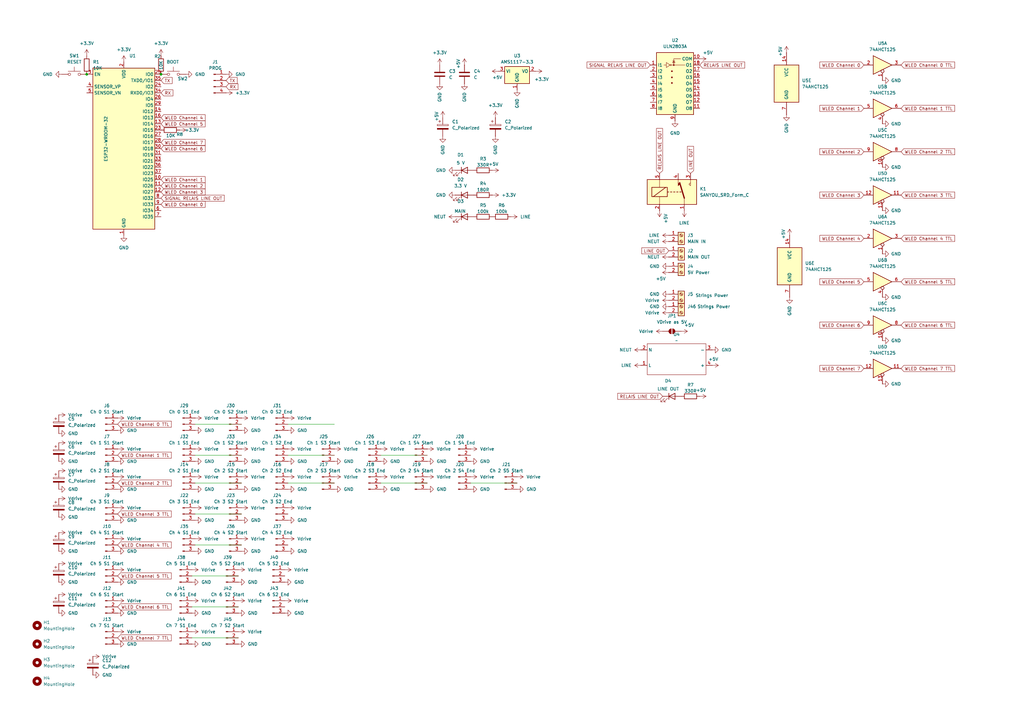
<source format=kicad_sch>
(kicad_sch (version 20231120) (generator "eeschema") (generator_version "8.0")
  (paper "A3")
  (junction (at 35.56 30.48))
  (junction (at 66.04 30.48))
  (wire (pts (xy 156.21 198.12) (xy 175.26 198.12)))
  (wire (pts (xy 193.04 198.12) (xy 212.09 198.12)))
  (wire (pts (xy 118.11 173.99) (xy 137.16 173.99)))
  (wire (pts (xy 156.21 186.69) (xy 175.26 186.69)))
  (wire (pts (xy 118.11 198.12) (xy 137.16 198.12)))
  (wire (pts (xy 80.01 173.99) (xy 99.06 173.99)))
  (wire (pts (xy 80.01 223.52) (xy 99.06 223.52)))
  (wire (pts (xy 80.01 186.69) (xy 99.06 186.69)))
  (wire (pts (xy 80.01 210.82) (xy 99.06 210.82)))
  (wire (pts (xy 78.74 248.92) (xy 97.79 248.92)))
  (wire (pts (xy 78.74 261.62) (xy 97.79 261.62)))
  (wire (pts (xy 80.01 198.12) (xy 99.06 198.12)))
  (wire (pts (xy 118.11 186.69) (xy 137.16 186.69)))
  (wire (pts (xy 78.74 236.22) (xy 97.79 236.22)))
  (global_label "WLED Channel 1 TTL" (shape input) (at 369.57 44.45 0) (property "Intersheetrefs" "${INTERSHEET_REFS}" (effects (hide yes))))
  (global_label "WLED Channel 0" (shape input) (at 354.33 26.67 180) (property "Intersheetrefs" "${INTERSHEET_REFS}" (effects (hide yes))))
  (global_label "RX" (shape input) (at 92.71 35.56 0) (property "Intersheetrefs" "${INTERSHEET_REFS}" (effects (hide yes))) (property "Referenzen zwischen Schaltplänen" "${INTERSHEET_REFS}" (effects (hide yes))))
  (global_label "SIGNAL RELAIS LINE OUT" (shape input) (at 266.7 26.67 180) (property "Intersheetrefs" "${INTERSHEET_REFS}" (effects (hide yes))))
  (global_label "WLED Channel 2" (shape input) (at 354.33 62.23 180) (property "Intersheetrefs" "${INTERSHEET_REFS}" (effects (hide yes))))
  (global_label "WLED Channel 5 TTL" (shape input) (at 369.57 115.57 0) (property "Intersheetrefs" "${INTERSHEET_REFS}" (effects (hide yes))))
  (global_label "LINE OUT" (shape input) (at 283.21 71.12 90) (property "Intersheetrefs" "${INTERSHEET_REFS}" (effects (hide yes))))
  (global_label "WLED Channel 0 TTL" (shape input) (at 48.26 173.99 0) (property "Intersheetrefs" "${INTERSHEET_REFS}" (effects (hide yes))))
  (global_label "WLED Channel 6 TTL" (shape input) (at 48.26 248.92 0) (property "Intersheetrefs" "${INTERSHEET_REFS}" (effects (hide yes))))
  (global_label "TX" (shape input) (at 92.71 33.02 0) (property "Intersheetrefs" "${INTERSHEET_REFS}" (effects (hide yes))) (property "Referenzen zwischen Schaltplänen" "${INTERSHEET_REFS}" (effects (hide yes))))
  (global_label "WLED Channel 3 TTL" (shape input) (at 48.26 210.82 0) (property "Intersheetrefs" "${INTERSHEET_REFS}" (effects (hide yes))))
  (global_label "WLED Channel 2 TTL" (shape input) (at 48.26 198.12 0) (property "Intersheetrefs" "${INTERSHEET_REFS}" (effects (hide yes))))
  (global_label "WLED Channel 6 TTL" (shape input) (at 369.57 133.35 0) (property "Intersheetrefs" "${INTERSHEET_REFS}" (effects (hide yes))))
  (global_label "WLED Channel 3" (shape input) (at 66.04 78.74 0) (property "Intersheetrefs" "${INTERSHEET_REFS}" (effects (hide yes))))
  (global_label "WLED Channel 5 TTL" (shape input) (at 48.26 236.22 0) (property "Intersheetrefs" "${INTERSHEET_REFS}" (effects (hide yes))))
  (global_label "WLED Channel 7 TTL" (shape input) (at 369.57 151.13 0) (property "Intersheetrefs" "${INTERSHEET_REFS}" (effects (hide yes))))
  (global_label "WLED Channel 5" (shape input) (at 66.04 50.8 0) (property "Intersheetrefs" "${INTERSHEET_REFS}" (effects (hide yes))))
  (global_label "WLED Channel 5" (shape input) (at 354.33 115.57 180) (property "Intersheetrefs" "${INTERSHEET_REFS}" (effects (hide yes))))
  (global_label "WLED Channel 1" (shape input) (at 66.04 73.66 0) (property "Intersheetrefs" "${INTERSHEET_REFS}" (effects (hide yes))))
  (global_label "WLED Channel 0" (shape input) (at 66.04 83.82 0) (property "Intersheetrefs" "${INTERSHEET_REFS}" (effects (hide yes))))
  (global_label "RELAIS LINE OUT" (shape input) (at 270.51 71.12 90) (property "Intersheetrefs" "${INTERSHEET_REFS}" (effects (hide yes))))
  (global_label "WLED Channel 0 TTL" (shape input) (at 369.57 26.67 0) (property "Intersheetrefs" "${INTERSHEET_REFS}" (effects (hide yes))))
  (global_label "WLED Channel 7" (shape input) (at 354.33 151.13 180) (property "Intersheetrefs" "${INTERSHEET_REFS}" (effects (hide yes))))
  (global_label "RELAIS LINE OUT" (shape input) (at 287.02 26.67 0) (property "Intersheetrefs" "${INTERSHEET_REFS}" (effects (hide yes))))
  (global_label "LINE OUT" (shape input) (at 274.32 102.87 180) (property "Intersheetrefs" "${INTERSHEET_REFS}" (effects (hide yes))))
  (global_label "WLED Channel 4 TTL" (shape input) (at 48.26 223.52 0) (property "Intersheetrefs" "${INTERSHEET_REFS}" (effects (hide yes))))
  (global_label "WLED Channel 6" (shape input) (at 354.33 133.35 180) (property "Intersheetrefs" "${INTERSHEET_REFS}" (effects (hide yes))))
  (global_label "WLED Channel 7" (shape input) (at 66.04 58.42 0) (property "Intersheetrefs" "${INTERSHEET_REFS}" (effects (hide yes))))
  (global_label "WLED Channel 2" (shape input) (at 66.04 76.2 0) (property "Intersheetrefs" "${INTERSHEET_REFS}" (effects (hide yes))))
  (global_label "WLED Channel 1" (shape input) (at 354.33 44.45 180) (property "Intersheetrefs" "${INTERSHEET_REFS}" (effects (hide yes))))
  (global_label "WLED Channel 4 TTL" (shape input) (at 369.57 97.79 0) (property "Intersheetrefs" "${INTERSHEET_REFS}" (effects (hide yes))))
  (global_label "WLED Channel 7 TTL" (shape input) (at 48.26 261.62 0) (property "Intersheetrefs" "${INTERSHEET_REFS}" (effects (hide yes))))
  (global_label "WLED Channel 6" (shape input) (at 66.04 60.96 0) (property "Intersheetrefs" "${INTERSHEET_REFS}" (effects (hide yes))))
  (global_label "WLED Channel 4" (shape input) (at 66.04 48.26 0) (property "Intersheetrefs" "${INTERSHEET_REFS}" (effects (hide yes))))
  (global_label "TX" (shape input) (at 66.04 33.02 0) (property "Intersheetrefs" "${INTERSHEET_REFS}" (effects (hide yes))) (property "Referenzen zwischen Schaltplänen" "${INTERSHEET_REFS}" (effects (hide yes))))
  (global_label "WLED Channel 2 TTL" (shape input) (at 369.57 62.23 0) (property "Intersheetrefs" "${INTERSHEET_REFS}" (effects (hide yes))))
  (global_label "WLED Channel 1 TTL" (shape input) (at 48.26 186.69 0) (property "Intersheetrefs" "${INTERSHEET_REFS}" (effects (hide yes))))
  (global_label "WLED Channel 3 TTL" (shape input) (at 369.57 80.01 0) (property "Intersheetrefs" "${INTERSHEET_REFS}" (effects (hide yes))))
  (global_label "WLED Channel 4" (shape input) (at 354.33 97.79 180) (property "Intersheetrefs" "${INTERSHEET_REFS}" (effects (hide yes))))
  (global_label "RELAIS LINE OUT" (shape input) (at 271.78 162.56 180) (property "Intersheetrefs" "${INTERSHEET_REFS}" (effects (hide yes))))
  (global_label "RX" (shape input) (at 66.04 38.1 0) (property "Intersheetrefs" "${INTERSHEET_REFS}" (effects (hide yes))) (property "Referenzen zwischen Schaltplänen" "${INTERSHEET_REFS}" (effects (hide yes))))
  (global_label "WLED Channel 3" (shape input) (at 354.33 80.01 180) (property "Intersheetrefs" "${INTERSHEET_REFS}" (effects (hide yes))))
  (global_label "SIGNAL RELAIS LINE OUT" (shape input) (at 66.04 81.28 0) (property "Intersheetrefs" "${INTERSHEET_REFS}" (effects (hide yes))))
  (symbol (lib_id "Connector:Conn_01x03_Pin") (at 92.71 248.92 0) (unit 1)
    (property "Reference" "J42" (at 93.345 241.3 0))
    (property "Value" "Ch 6 S2 Start" (at 93.345 243.84 0))
    (property "Footprint" "Connector_JST:JST_XH_B3B-XH-AM_1x03_P2.50mm_Vertical" (effects (hide yes)))
    (property "Description" "Generic connector, single row, 01x03, script generated" (effects (hide yes)))
  )
  (symbol (lib_id "power:Vdrive") (at 78.74 259.08 270) (unit 1)
    (property "Reference" "#PWR131" (effects (hide yes)))
    (property "Value" "Vdrive" (at 82.55 259.0799 90) (effects (justify left)))
    (property "Description" "Power symbol creates a global label with name \"Vdrive\"" (effects (hide yes)))
  )
  (symbol (lib_id "power:GND") (at 99.06 200.66 90) (unit 1)
    (property "Reference" "#PWR74" (effects (hide yes)))
    (property "Value" "GND" (at 102.87 200.6599 90) (effects (justify right)))
    (property "Description" "Power symbol creates a global label with name \"GND\" , ground" (effects (hide yes)))
  )
  (symbol (lib_id "power:GND") (at 156.21 200.66 90) (unit 1)
    (property "Reference" "#PWR80" (effects (hide yes)))
    (property "Value" "GND" (at 160.02 200.6599 90) (effects (justify right)))
    (property "Description" "Power symbol creates a global label with name \"GND\" , ground" (effects (hide yes)))
  )
  (symbol (lib_id "power:GND") (at 38.1 276.86 90) (unit 1)
    (property "Reference" "#PWR152" (effects (hide yes)))
    (property "Value" "GND" (at 41.91 276.8599 90) (effects (justify right)))
    (property "Description" "Power symbol creates a global label with name \"GND\" , ground" (effects (hide yes)))
  )
  (symbol (lib_id "power:GND") (at 24.13 251.46 90) (unit 1)
    (property "Reference" "#PWR150" (effects (hide yes)))
    (property "Value" "GND" (at 27.94 251.4599 90) (effects (justify right)))
    (property "Description" "Power symbol creates a global label with name \"GND\" , ground" (effects (hide yes)))
  )
  (symbol (lib_id "Connector:Conn_01x03_Pin") (at 93.98 198.12 0) (unit 1)
    (property "Reference" "J15" (at 94.615 190.5 0))
    (property "Value" "Ch 2 S2 Start" (at 94.615 193.04 0))
    (property "Footprint" "Connector_JST:JST_XH_B3B-XH-AM_1x03_P2.50mm_Vertical" (effects (hide yes)))
    (property "Description" "Generic connector, single row, 01x03, script generated" (effects (hide yes)))
  )
  (symbol (lib_id "power:GND") (at 99.06 226.06 90) (unit 1)
    (property "Reference" "#PWR116" (effects (hide yes)))
    (property "Value" "GND" (at 102.87 226.0599 90) (effects (justify right)))
    (property "Description" "Power symbol creates a global label with name \"GND\" , ground" (effects (hide yes)))
  )
  (symbol (lib_id "Connector:Conn_01x03_Pin") (at 43.18 261.62 0) (unit 1)
    (property "Reference" "J13" (at 43.815 254 0))
    (property "Value" "Ch 7 S1 Start" (at 43.815 256.54 0))
    (property "Footprint" "Connector_JST:JST_XH_B3B-XH-AM_1x03_P2.50mm_Vertical" (effects (hide yes)))
    (property "Description" "Generic connector, single row, 01x03, script generated" (effects (hide yes)))
  )
  (symbol (lib_id "power:+3.3V") (at 92.71 38.1 270) (unit 1)
    (property "Reference" "#PWR8" (effects (hide yes)))
    (property "Value" "+3.3V" (at 96.52 38.0999 90) (effects (justify left)))
  )
  (symbol (lib_id "Device:R") (at 205.74 88.9 90) (unit 1)
    (property "Reference" "R6" (at 205.74 84.1842 90))
    (property "Value" "100k" (at 205.74 86.7211 90))
    (property "Footprint" "Resistor_SMD:R_0805_2012Metric_Pad1.20x1.40mm_HandSolder" (effects (hide yes)))
  )
  (symbol (lib_id "power:+5V") (at 274.32 111.76 90) (unit 1)
    (property "Reference" "#PWR49" (effects (hide yes)))
    (property "Value" "+5V" (at 268.986 114.3 90) (effects (justify right)))
  )
  (symbol (lib_id "Device:R") (at 69.85 53.34 270) (unit 1)
    (property "Reference" "R8" (at 72.39 55.118 90) (effects (justify left)))
    (property "Value" "10K" (at 68.072 55.626 90) (effects (justify left)))
    (property "Footprint" "Resistor_SMD:R_0805_2012Metric_Pad1.20x1.40mm_HandSolder" (effects (hide yes)))
  )
  (symbol (lib_id "power:GND") (at 48.26 213.36 90) (unit 1)
    (property "Reference" "#PWR62" (effects (hide yes)))
    (property "Value" "GND" (at 52.07 213.3599 90) (effects (justify right)))
    (property "Description" "Power symbol creates a global label with name \"GND\" , ground" (effects (hide yes)))
  )
  (symbol (lib_id "74xx:74AHCT125") (at 361.95 44.45 0) (unit 2)
    (property "Reference" "U5" (at 361.95 35.56 0))
    (property "Value" "74AHCT125" (at 361.95 38.1 0))
    (property "Footprint" "Package_SO:SOIC-14_3.9x8.7mm_P1.27mm" (effects (hide yes)))
    (property "Datasheet" "https://www.ti.com/lit/ds/symlink/sn74ahct125.pdf" (effects (hide yes)))
    (property "Description" "Quadruple Bus Buffer Gates With 3-State Outputs" (effects (hide yes)))
  )
  (symbol (lib_id "Connector:Conn_01x03_Pin") (at 113.03 198.12 0) (unit 1)
    (property "Reference" "J16" (at 113.665 190.5 0))
    (property "Value" "Ch 2 S2 End" (at 113.665 193.04 0))
    (property "Footprint" "Connector_JST:JST_XH_B3B-XH-AM_1x03_P2.50mm_Vertical" (effects (hide yes)))
    (property "Description" "Generic connector, single row, 01x03, script generated" (effects (hide yes)))
  )
  (symbol (lib_id "power:Vdrive") (at 118.11 195.58 270) (unit 1)
    (property "Reference" "#PWR75" (effects (hide yes)))
    (property "Value" "Vdrive" (at 121.92 195.5799 90) (effects (justify left)))
    (property "Description" "Power symbol creates a global label with name \"Vdrive\"" (effects (hide yes)))
  )
  (symbol (lib_id "power:GND") (at 48.26 238.76 90) (unit 1)
    (property "Reference" "#PWR66" (effects (hide yes)))
    (property "Value" "GND" (at 52.07 238.7599 90) (effects (justify right)))
    (property "Description" "Power symbol creates a global label with name \"GND\" , ground" (effects (hide yes)))
  )
  (symbol (lib_id "Connector:Conn_01x03_Pin") (at 93.98 210.82 0) (unit 1)
    (property "Reference" "J23" (at 94.615 203.2 0))
    (property "Value" "Ch 3 S2 Start" (at 94.615 205.74 0))
    (property "Footprint" "Connector_JST:JST_XH_B3B-XH-AM_1x03_P2.50mm_Vertical" (effects (hide yes)))
    (property "Description" "Generic connector, single row, 01x03, script generated" (effects (hide yes)))
  )
  (symbol (lib_id "power:Vdrive") (at 48.26 208.28 270) (unit 1)
    (property "Reference" "#PWR61" (effects (hide yes)))
    (property "Value" "Vdrive" (at 52.07 208.2799 90) (effects (justify left)))
    (property "Description" "Power symbol creates a global label with name \"Vdrive\"" (effects (hide yes)))
  )
  (symbol (lib_id "power:GND") (at 50.8 96.52 0) (unit 1)
    (property "Reference" "#PWR4" (effects (hide yes)))
    (property "Value" "GND" (at 50.8 101.6 0))
    (property "Description" "Power symbol creates a global label with name \"GND\" , ground" (effects (hide yes)))
  )
  (symbol (lib_id "power:GND") (at 116.84 238.76 90) (unit 1)
    (property "Reference" "#PWR124" (effects (hide yes)))
    (property "Value" "GND" (at 120.65 238.7599 90) (effects (justify right)))
    (property "Description" "Power symbol creates a global label with name \"GND\" , ground" (effects (hide yes)))
  )
  (symbol (lib_id "power:+5V") (at 181.61 48.26 0) (unit 1)
    (property "Reference" "#PWR11" (effects (hide yes)))
    (property "Value" "+5V" (at 179.07 45.72 90) (effects (justify right)))
  )
  (symbol (lib_id "Device:C_Polarized") (at 24.13 247.65 0) (unit 1)
    (property "Reference" "C11" (at 27.94 245.4909 0) (effects (justify left)))
    (property "Value" "C_Polarized" (at 27.94 248.0309 0) (effects (justify left)))
    (property "Footprint" "Capacitor_THT:CP_Radial_D8.0mm_P3.50mm" (effects (hide yes)))
    (property "Description" "Polarized capacitor" (effects (hide yes)))
  )
  (symbol (lib_id "Device:C_Polarized") (at 24.13 234.95 0) (unit 1)
    (property "Reference" "C10" (at 27.94 232.7909 0) (effects (justify left)))
    (property "Value" "C_Polarized" (at 27.94 235.3309 0) (effects (justify left)))
    (property "Footprint" "Capacitor_THT:CP_Radial_D8.0mm_P3.50mm" (effects (hide yes)))
    (property "Description" "Polarized capacitor" (effects (hide yes)))
  )
  (symbol (lib_id "power:Vdrive") (at 193.04 184.15 270) (unit 1)
    (property "Reference" "#PWR99" (effects (hide yes)))
    (property "Value" "Vdrive" (at 196.85 184.1499 90) (effects (justify left)))
    (property "Description" "Power symbol creates a global label with name \"Vdrive\"" (effects (hide yes)))
  )
  (symbol (lib_id "Device:LED") (at 190.5 88.9 0) (unit 1)
    (property "Reference" "D3" (at 188.9125 82.55 0))
    (property "Value" "MAIN" (at 188.722 86.614 0))
    (property "Footprint" "LED_SMD:LED_0805_2012Metric_Pad1.15x1.40mm_HandSolder" (effects (hide yes)))
    (property "Description" "Light emitting diode" (effects (hide yes)))
  )
  (symbol (lib_id "power:Vdrive") (at 48.26 259.08 270) (unit 1)
    (property "Reference" "#PWR69" (effects (hide yes)))
    (property "Value" "Vdrive" (at 52.07 259.0799 90) (effects (justify left)))
    (property "Description" "Power symbol creates a global label with name \"Vdrive\"" (effects (hide yes)))
  )
  (symbol (lib_id "Connector:Conn_01x03_Pin") (at 43.18 186.69 0) (unit 1)
    (property "Reference" "J7" (at 43.815 179.07 0))
    (property "Value" "Ch 1 S1 Start" (at 43.815 181.61 0))
    (property "Footprint" "Connector_JST:JST_XH_B3B-XH-AM_1x03_P2.50mm_Vertical" (effects (hide yes)))
    (property "Description" "Generic connector, single row, 01x03, script generated" (effects (hide yes)))
  )
  (symbol (lib_id "Device:LED") (at 275.59 162.56 0) (unit 1)
    (property "Reference" "D4" (at 274.0025 156.21 0))
    (property "Value" "LINE OUT" (at 274.066 159.512 0))
    (property "Footprint" "LED_SMD:LED_0805_2012Metric_Pad1.15x1.40mm_HandSolder" (effects (hide yes)))
    (property "Description" "Light emitting diode" (effects (hide yes)))
  )
  (symbol (lib_id "power:+5V") (at 292.1 149.86 270) (unit 1)
    (property "Reference" "#PWR36" (effects (hide yes)))
    (property "Value" "+5V" (at 294.64 147.32 90) (effects (justify right)))
  )
  (symbol (lib_id "power:Vdrive") (at 271.78 135.89 90) (unit 1)
    (property "Reference" "#PWR53" (effects (hide yes)))
    (property "Value" "Vdrive" (at 267.97 135.8899 90) (effects (justify left)))
    (property "Description" "Power symbol creates a global label with name \"Vdrive\"" (effects (hide yes)))
  )
  (symbol (lib_id "power:GND") (at 212.09 36.83 0) (unit 1)
    (property "Reference" "#PWR27" (effects (hide yes)))
    (property "Value" "GND" (at 212.09 44.45 90) (effects (justify left)))
  )
  (symbol (lib_id "power:GND") (at 190.5 34.29 0) (unit 1)
    (property "Reference" "#PWR18" (effects (hide yes)))
    (property "Value" "GND" (at 190.5 41.91 90) (effects (justify left)))
  )
  (symbol (lib_id "power:+5V") (at 190.5 26.67 0) (unit 1)
    (property "Reference" "#PWR17" (effects (hide yes)))
    (property "Value" "+5V" (at 187.96 24.13 90) (effects (justify right)))
  )
  (symbol (lib_id "power:GND") (at 274.32 120.65 270) (unit 1)
    (property "Reference" "#PWR51" (effects (hide yes)))
    (property "Value" "GND" (at 270.51 120.6499 90) (effects (justify right)))
    (property "Description" "Power symbol creates a global label with name \"GND\" , ground" (effects (hide yes)))
  )
  (symbol (lib_id "Connector:Conn_01x03_Pin") (at 170.18 198.12 0) (unit 1)
    (property "Reference" "J19" (at 170.815 190.5 0))
    (property "Value" "Ch 2 S4 Start" (at 170.815 193.04 0))
    (property "Footprint" "Connector_JST:JST_XH_B3B-XH-AM_1x03_P2.50mm_Vertical" (effects (hide yes)))
    (property "Description" "Generic connector, single row, 01x03, script generated" (effects (hide yes)))
  )
  (symbol (lib_id "power:Vdrive") (at 97.79 233.68 270) (unit 1)
    (property "Reference" "#PWR121" (effects (hide yes)))
    (property "Value" "Vdrive" (at 101.6 233.6799 90) (effects (justify left)))
    (property "Description" "Power symbol creates a global label with name \"Vdrive\"" (effects (hide yes)))
  )
  (symbol (lib_id "Connector:Conn_01x03_Pin") (at 43.18 173.99 0) (unit 1)
    (property "Reference" "J6" (at 43.815 166.37 0))
    (property "Value" "Ch 0 S1 Start" (at 43.815 168.91 0))
    (property "Footprint" "Connector_JST:JST_XH_B3B-XH-AM_1x03_P2.50mm_Vertical" (effects (hide yes)))
    (property "Description" "Generic connector, single row, 01x03, script generated" (effects (hide yes)))
  )
  (symbol (lib_id "74xx:74AHCT125") (at 361.95 80.01 0) (unit 4)
    (property "Reference" "U5" (at 361.95 71.12 0))
    (property "Value" "74AHCT125" (at 361.95 73.66 0))
    (property "Footprint" "Package_SO:SOIC-14_3.9x8.7mm_P1.27mm" (effects (hide yes)))
    (property "Datasheet" "https://www.ti.com/lit/ds/symlink/sn74ahct125.pdf" (effects (hide yes)))
    (property "Description" "Quadruple Bus Buffer Gates With 3-State Outputs" (effects (hide yes)))
  )
  (symbol (lib_id "power:GND") (at 180.34 34.29 0) (unit 1)
    (property "Reference" "#PWR16" (effects (hide yes)))
    (property "Value" "GND" (at 180.34 41.91 90) (effects (justify left)))
  )
  (symbol (lib_id "power:GND") (at 175.26 189.23 90) (unit 1)
    (property "Reference" "#PWR98" (effects (hide yes)))
    (property "Value" "GND" (at 179.07 189.2299 90) (effects (justify right)))
    (property "Description" "Power symbol creates a global label with name \"GND\" , ground" (effects (hide yes)))
  )
  (symbol (lib_id "power:Vdrive") (at 156.21 184.15 270) (unit 1)
    (property "Reference" "#PWR95" (effects (hide yes)))
    (property "Value" "Vdrive" (at 160.02 184.1499 90) (effects (justify left)))
    (property "Description" "Power symbol creates a global label with name \"Vdrive\"" (effects (hide yes)))
  )
  (symbol (lib_id "power:Vdrive") (at 118.11 171.45 270) (unit 1)
    (property "Reference" "#PWR105" (effects (hide yes)))
    (property "Value" "Vdrive" (at 121.92 171.4499 90) (effects (justify left)))
    (property "Description" "Power symbol creates a global label with name \"Vdrive\"" (effects (hide yes)))
  )
  (symbol (lib_id "Switch:SW_Push") (at 71.12 30.48 0) (unit 1)
    (property "Reference" "SW2" (at 74.93 32.258 0))
    (property "Value" "BOOT" (at 70.866 25.4 0))
    (property "Footprint" "Button_Switch_SMD:SW_Push_SPST_NO_Alps_SKRK" (effects (hide yes)))
  )
  (symbol (lib_id "Device:C_Polarized") (at 24.13 222.25 0) (unit 1)
    (property "Reference" "C9" (at 27.94 220.0909 0) (effects (justify left)))
    (property "Value" "C_Polarized" (at 27.94 222.6309 0) (effects (justify left)))
    (property "Footprint" "Capacitor_THT:CP_Radial_D8.0mm_P3.50mm" (effects (hide yes)))
    (property "Description" "Polarized capacitor" (effects (hide yes)))
  )
  (symbol (lib_id "Device:C_Polarized") (at 24.13 185.42 0) (unit 1)
    (property "Reference" "C6" (at 27.94 183.2609 0) (effects (justify left)))
    (property "Value" "C_Polarized" (at 27.94 185.8009 0) (effects (justify left)))
    (property "Footprint" "Capacitor_THT:CP_Radial_D8.0mm_P3.50mm" (effects (hide yes)))
    (property "Description" "Polarized capacitor" (effects (hide yes)))
  )
  (symbol (lib_id "74xx:74AHCT125") (at 361.95 97.79 0) (unit 1)
    (property "Reference" "U6" (at 361.95 88.9 0))
    (property "Value" "74AHCT125" (at 361.95 91.44 0))
    (property "Footprint" "Package_SO:SOIC-14_3.9x8.7mm_P1.27mm" (effects (hide yes)))
    (property "Datasheet" "https://www.ti.com/lit/ds/symlink/sn74ahct125.pdf" (effects (hide yes)))
    (property "Description" "Quadruple Bus Buffer Gates With 3-State Outputs" (effects (hide yes)))
  )
  (symbol (lib_id "74xx:74AHCT125") (at 361.95 133.35 0) (unit 3)
    (property "Reference" "U6" (at 361.95 124.46 0))
    (property "Value" "74AHCT125" (at 361.95 127 0))
    (property "Footprint" "Package_SO:SOIC-14_3.9x8.7mm_P1.27mm" (effects (hide yes)))
    (property "Datasheet" "https://www.ti.com/lit/ds/symlink/sn74ahct125.pdf" (effects (hide yes)))
    (property "Description" "Quadruple Bus Buffer Gates With 3-State Outputs" (effects (hide yes)))
  )
  (symbol (lib_id "power:Vdrive") (at 116.84 246.38 270) (unit 1)
    (property "Reference" "#PWR129" (effects (hide yes)))
    (property "Value" "Vdrive" (at 120.65 246.3799 90) (effects (justify left)))
    (property "Description" "Power symbol creates a global label with name \"Vdrive\"" (effects (hide yes)))
  )
  (symbol (lib_id "power:Vdrive") (at 274.32 123.19 90) (unit 1)
    (property "Reference" "#PWR52" (effects (hide yes)))
    (property "Value" "Vdrive" (at 270.51 123.1899 90) (effects (justify left)))
    (property "Description" "Power symbol creates a global label with name \"Vdrive\"" (effects (hide yes)))
  )
  (symbol (lib_id "Connector:Conn_01x03_Pin") (at 113.03 186.69 0) (unit 1)
    (property "Reference" "J34" (at 113.665 179.07 0))
    (property "Value" "Ch 1 S2 End" (at 113.665 181.61 0))
    (property "Footprint" "Connector_JST:JST_XH_B3B-XH-AM_1x03_P2.50mm_Vertical" (effects (hide yes)))
    (property "Description" "Generic connector, single row, 01x03, script generated" (effects (hide yes)))
  )
  (symbol (lib_id "power:Vdrive") (at 48.26 171.45 270) (unit 1)
    (property "Reference" "#PWR55" (effects (hide yes)))
    (property "Value" "Vdrive" (at 52.07 171.4499 90) (effects (justify left)))
    (property "Description" "Power symbol creates a global label with name \"Vdrive\"" (effects (hide yes)))
  )
  (symbol (lib_id "Connector:Conn_01x03_Pin") (at 74.93 198.12 0) (unit 1)
    (property "Reference" "J14" (at 75.565 190.5 0))
    (property "Value" "Ch 2 S1 End" (at 75.565 193.04 0))
    (property "Footprint" "Connector_JST:JST_XH_B3B-XH-AM_1x03_P2.50mm_Vertical" (effects (hide yes)))
    (property "Description" "Generic connector, single row, 01x03, script generated" (effects (hide yes)))
  )
  (symbol (lib_id "power:GND") (at 24.13 177.8 90) (unit 1)
    (property "Reference" "#PWR138" (effects (hide yes)))
    (property "Value" "GND" (at 27.94 177.7999 90) (effects (justify right)))
    (property "Description" "Power symbol creates a global label with name \"GND\" , ground" (effects (hide yes)))
  )
  (symbol (lib_id "power:GND") (at 118.11 176.53 90) (unit 1)
    (property "Reference" "#PWR106" (effects (hide yes)))
    (property "Value" "GND" (at 121.92 176.5299 90) (effects (justify right)))
    (property "Description" "Power symbol creates a global label with name \"GND\" , ground" (effects (hide yes)))
  )
  (symbol (lib_id "power:GND") (at 175.26 200.66 90) (unit 1)
    (property "Reference" "#PWR82" (effects (hide yes)))
    (property "Value" "GND" (at 179.07 200.6599 90) (effects (justify right)))
    (property "Description" "Power symbol creates a global label with name \"GND\" , ground" (effects (hide yes)))
  )
  (symbol (lib_id "power:+3.3V") (at 180.34 26.67 0) (unit 1)
    (property "Reference" "#PWR15" (effects (hide yes)))
    (property "Value" "+3.3V" (at 180.34 21.59 0))
  )
  (symbol (lib_id "power:Vdrive") (at 24.13 231.14 270) (unit 1)
    (property "Reference" "#PWR147" (effects (hide yes)))
    (property "Value" "Vdrive" (at 27.94 231.1399 90) (effects (justify left)))
    (property "Description" "Power symbol creates a global label with name \"Vdrive\"" (effects (hide yes)))
  )
  (symbol (lib_id "Connector:Conn_01x03_Pin") (at 151.13 198.12 0) (unit 1)
    (property "Reference" "J18" (at 151.765 190.5 0))
    (property "Value" "Ch 2 S3 End" (at 151.765 193.04 0))
    (property "Footprint" "Connector_JST:JST_XH_B3B-XH-AM_1x03_P2.50mm_Vertical" (effects (hide yes)))
    (property "Description" "Generic connector, single row, 01x03, script generated" (effects (hide yes)))
  )
  (symbol (lib_id "74xx:74AHCT125") (at 322.58 34.29 0) (unit 5)
    (property "Reference" "U5" (at 328.93 33.0199 0) (effects (justify left)))
    (property "Value" "74AHCT125" (at 328.93 35.5599 0) (effects (justify left)))
    (property "Footprint" "Package_SO:SOIC-14_3.9x8.7mm_P1.27mm" (effects (hide yes)))
    (property "Datasheet" "https://www.ti.com/lit/ds/symlink/sn74ahct125.pdf" (effects (hide yes)))
    (property "Description" "Quadruple Bus Buffer Gates With 3-State Outputs" (effects (hide yes)))
  )
  (symbol (lib_id "power:GND") (at 361.95 157.48 90) (unit 1)
    (property "Reference" "#PWR46" (effects (hide yes)))
    (property "Value" "GND" (at 369.57 157.48 90) (effects (justify left)))
  )
  (symbol (lib_id "power:GND") (at 322.58 46.99 0) (unit 1)
    (property "Reference" "#PWR42" (effects (hide yes)))
    (property "Value" "GND" (at 322.58 54.61 90) (effects (justify left)))
  )
  (symbol (lib_id "Jumper:SolderJumper_2_Open") (at 275.59 135.89 0) (unit 1) (exclude_from_sim yes) (in_bom no)
    (property "Reference" "JP1" (at 275.59 129.54 0))
    (property "Value" "VDrive as 5V" (at 275.59 132.08 0))
    (property "Footprint" "Jumper:SolderJumper-2_P1.3mm_Open_RoundedPad1.0x1.5mm" (effects (hide yes)))
    (property "Description" "Solder Jumper, 2-pole, open" (effects (hide yes)))
  )
  (symbol (lib_id "power:Vdrive") (at 48.26 233.68 270) (unit 1)
    (property "Reference" "#PWR65" (effects (hide yes)))
    (property "Value" "Vdrive" (at 52.07 233.6799 90) (effects (justify left)))
    (property "Description" "Power symbol creates a global label with name \"Vdrive\"" (effects (hide yes)))
  )
  (symbol (lib_id "power:GND") (at 137.16 189.23 90) (unit 1)
    (property "Reference" "#PWR94" (effects (hide yes)))
    (property "Value" "GND" (at 140.97 189.2299 90) (effects (justify right)))
    (property "Description" "Power symbol creates a global label with name \"GND\" , ground" (effects (hide yes)))
  )
  (symbol (lib_id "Device:C") (at 180.34 30.48 180) (unit 1)
    (property "Reference" "C3" (at 184.15 29.2099 0) (effects (justify right)))
    (property "Value" "C" (at 184.15 31.7499 0) (effects (justify right)))
    (property "Footprint" "Capacitor_SMD:C_1210_3225Metric_Pad1.33x2.70mm_HandSolder" (effects (hide yes)))
  )
  (symbol (lib_id "Connector:Screw_Terminal_01x02") (at 279.4 120.65 0) (unit 1)
    (property "Reference" "J5" (at 281.94 120.6499 0) (effects (justify left)))
    (property "Value" "Strings Power" (at 285.242 121.158 0) (effects (justify left)))
    (property "Footprint" "TerminalBlock:TerminalBlock_bornier-2_P5.08mm" (effects (hide yes)))
  )
  (symbol (lib_id "Connector:Conn_01x03_Pin") (at 132.08 198.12 0) (unit 1)
    (property "Reference" "J17" (at 132.715 190.5 0))
    (property "Value" "Ch 2 S3 Start" (at 132.715 193.04 0))
    (property "Footprint" "Connector_JST:JST_XH_B3B-XH-AM_1x03_P2.50mm_Vertical" (effects (hide yes)))
    (property "Description" "Generic connector, single row, 01x03, script generated" (effects (hide yes)))
  )
  (symbol (lib_id "Connector:Conn_01x04_Pin") (at 87.63 33.02 0) (unit 1)
    (property "Reference" "J1" (at 88.265 25.4 0))
    (property "Value" "PROG" (at 88.265 27.94 0))
    (property "Footprint" "Connector_PinHeader_2.54mm:PinHeader_1x04_P2.54mm_Vertical" (effects (hide yes)))
    (property "Description" "Generic connector, single row, 01x04, script generated" (effects (hide yes)))
  )
  (symbol (lib_id "Connector:Conn_01x03_Pin") (at 93.98 173.99 0) (unit 1)
    (property "Reference" "J30" (at 94.615 166.37 0))
    (property "Value" "Ch 0 S2 Start" (at 94.615 168.91 0))
    (property "Footprint" "Connector_JST:JST_XH_B3B-XH-AM_1x03_P2.50mm_Vertical" (effects (hide yes)))
    (property "Description" "Generic connector, single row, 01x03, script generated" (effects (hide yes)))
  )
  (symbol (lib_id "power:GND") (at 212.09 200.66 90) (unit 1)
    (property "Reference" "#PWR86" (effects (hide yes)))
    (property "Value" "GND" (at 215.9 200.6599 90) (effects (justify right)))
    (property "Description" "Power symbol creates a global label with name \"GND\" , ground" (effects (hide yes)))
  )
  (symbol (lib_id "power:+5V") (at 323.85 96.52 0) (unit 1)
    (property "Reference" "#PWR47" (effects (hide yes)))
    (property "Value" "+5V" (at 321.31 93.98 90) (effects (justify right)))
  )
  (symbol (lib_id "power:GND") (at 292.1 143.51 90) (unit 1)
    (property "Reference" "#PWR35" (effects (hide yes)))
    (property "Value" "GND" (at 295.91 143.5099 90) (effects (justify right)))
    (property "Description" "Power symbol creates a global label with name \"GND\" , ground" (effects (hide yes)))
  )
  (symbol (lib_id "power:GND") (at 118.11 189.23 90) (unit 1)
    (property "Reference" "#PWR112" (effects (hide yes)))
    (property "Value" "GND" (at 121.92 189.2299 90) (effects (justify right)))
    (property "Description" "Power symbol creates a global label with name \"GND\" , ground" (effects (hide yes)))
  )
  (symbol (lib_id "Connector:Conn_01x03_Pin") (at 207.01 198.12 0) (unit 1)
    (property "Reference" "J21" (at 207.645 190.5 0))
    (property "Value" "Ch 2 S5 Start" (at 207.645 193.04 0))
    (property "Footprint" "Connector_JST:JST_XH_B3B-XH-AM_1x03_P2.50mm_Vertical" (effects (hide yes)))
    (property "Description" "Generic connector, single row, 01x03, script generated" (effects (hide yes)))
  )
  (symbol (lib_id "74xx:74AHCT125") (at 361.95 62.23 0) (unit 3)
    (property "Reference" "U5" (at 361.95 53.34 0))
    (property "Value" "74AHCT125" (at 361.95 55.88 0))
    (property "Footprint" "Package_SO:SOIC-14_3.9x8.7mm_P1.27mm" (effects (hide yes)))
    (property "Datasheet" "https://www.ti.com/lit/ds/symlink/sn74ahct125.pdf" (effects (hide yes)))
    (property "Description" "Quadruple Bus Buffer Gates With 3-State Outputs" (effects (hide yes)))
  )
  (symbol (lib_id "power:Vdrive") (at 97.79 246.38 270) (unit 1)
    (property "Reference" "#PWR127" (effects (hide yes)))
    (property "Value" "Vdrive" (at 101.6 246.3799 90) (effects (justify left)))
    (property "Description" "Power symbol creates a global label with name \"Vdrive\"" (effects (hide yes)))
  )
  (symbol (lib_id "Transistor_Array:ULN2803A") (at 276.86 31.75 0) (unit 1)
    (property "Reference" "U2" (at 276.86 16.51 0))
    (property "Value" "ULN2803A" (at 276.86 19.05 0))
    (property "Footprint" "Package_SO:SOIC-18W_7.5x11.6mm_P1.27mm" (effects (hide yes)))
    (property "Datasheet" "http://www.ti.com/lit/ds/symlink/uln2803a.pdf" (effects (hide yes)))
    (property "Description" "Darlington Transistor Arrays, SOIC18/DIP18" (effects (hide yes)))
  )
  (symbol (lib_id "power:Vdrive") (at 80.01 208.28 270) (unit 1)
    (property "Reference" "#PWR87" (effects (hide yes)))
    (property "Value" "Vdrive" (at 83.82 208.2799 90) (effects (justify left)))
    (property "Description" "Power symbol creates a global label with name \"Vdrive\"" (effects (hide yes)))
  )
  (symbol (lib_id "power:Vdrive") (at 118.11 208.28 270) (unit 1)
    (property "Reference" "#PWR91" (effects (hide yes)))
    (property "Value" "Vdrive" (at 121.92 208.2799 90) (effects (justify left)))
    (property "Description" "Power symbol creates a global label with name \"Vdrive\"" (effects (hide yes)))
  )
  (symbol (lib_id "power:GND") (at 361.95 50.8 90) (unit 1)
    (property "Reference" "#PWR38" (effects (hide yes)))
    (property "Value" "GND" (at 369.57 50.8 90) (effects (justify left)))
  )
  (symbol (lib_id "power:+3.3V") (at 73.66 53.34 270) (unit 1)
    (property "Reference" "#PWR153" (effects (hide yes)))
    (property "Value" "+3.3V" (at 78.74 53.34 90))
  )
  (symbol (lib_id "power:GND") (at 193.04 200.66 90) (unit 1)
    (property "Reference" "#PWR84" (effects (hide yes)))
    (property "Value" "GND" (at 196.85 200.6599 90) (effects (justify right)))
    (property "Description" "Power symbol creates a global label with name \"GND\" , ground" (effects (hide yes)))
  )
  (symbol (lib_id "Connector:Conn_01x03_Pin") (at 151.13 186.69 0) (unit 1)
    (property "Reference" "J26" (at 151.765 179.07 0))
    (property "Value" "Ch 1 S3 End" (at 151.765 181.61 0))
    (property "Footprint" "Connector_JST:JST_XH_B3B-XH-AM_1x03_P2.50mm_Vertical" (effects (hide yes)))
    (property "Description" "Generic connector, single row, 01x03, script generated" (effects (hide yes)))
  )
  (symbol (lib_id "Device:C_Polarized") (at 203.2 52.07 0) (unit 1)
    (property "Reference" "C2" (at 207.01 49.9109 0) (effects (justify left)))
    (property "Value" "C_Polarized" (at 207.01 52.4509 0) (effects (justify left)))
    (property "Footprint" "Capacitor_THT:CP_Radial_D8.0mm_P3.50mm" (effects (hide yes)))
    (property "Description" "Polarized capacitor" (effects (hide yes)))
  )
  (symbol (lib_id "Connector:Conn_01x03_Pin") (at 93.98 223.52 0) (unit 1)
    (property "Reference" "J36" (at 94.615 215.9 0))
    (property "Value" "Ch 4 S2 Start" (at 94.615 218.44 0))
    (property "Footprint" "Connector_JST:JST_XH_B3B-XH-AM_1x03_P2.50mm_Vertical" (effects (hide yes)))
    (property "Description" "Generic connector, single row, 01x03, script generated" (effects (hide yes)))
  )
  (symbol (lib_id "power:GND") (at 274.32 109.22 270) (unit 1)
    (property "Reference" "#PWR50" (effects (hide yes)))
    (property "Value" "GND" (at 270.51 109.2199 90) (effects (justify right)))
    (property "Description" "Power symbol creates a global label with name \"GND\" , ground" (effects (hide yes)))
  )
  (symbol (lib_id "power:GND") (at 97.79 264.16 90) (unit 1)
    (property "Reference" "#PWR134" (effects (hide yes)))
    (property "Value" "GND" (at 101.6 264.1599 90) (effects (justify right)))
    (property "Description" "Power symbol creates a global label with name \"GND\" , ground" (effects (hide yes)))
  )
  (symbol (lib_id "Connector:Conn_01x03_Pin") (at 74.93 210.82 0) (unit 1)
    (property "Reference" "J22" (at 75.565 203.2 0))
    (property "Value" "Ch 3 S1 End" (at 75.565 205.74 0))
    (property "Footprint" "Connector_JST:JST_XH_B3B-XH-AM_1x03_P2.50mm_Vertical" (effects (hide yes)))
    (property "Description" "Generic connector, single row, 01x03, script generated" (effects (hide yes)))
  )
  (symbol (lib_id "Mechanical:MountingHole") (at 15.24 271.78 0) (unit 1) (exclude_from_sim yes) (in_bom no)
    (property "Reference" "H3" (at 17.78 270.5099 0) (effects (justify left)))
    (property "Value" "MountingHole" (at 17.78 273.0499 0) (effects (justify left)))
    (property "Footprint" "MountingHole:MountingHole_3.2mm_M3" (effects (hide yes)))
    (property "Description" "Mounting Hole without connection" (effects (hide yes)))
  )
  (symbol (lib_id "power:GND") (at 80.01 200.66 90) (unit 1)
    (property "Reference" "#PWR72" (effects (hide yes)))
    (property "Value" "GND" (at 83.82 200.6599 90) (effects (justify right)))
    (property "Description" "Power symbol creates a global label with name \"GND\" , ground" (effects (hide yes)))
  )
  (symbol (lib_id "power:GND") (at 24.13 189.23 90) (unit 1)
    (property "Reference" "#PWR140" (effects (hide yes)))
    (property "Value" "GND" (at 27.94 189.2299 90) (effects (justify right)))
    (property "Description" "Power symbol creates a global label with name \"GND\" , ground" (effects (hide yes)))
  )
  (symbol (lib_id "Connector:Conn_01x03_Pin") (at 43.18 223.52 0) (unit 1)
    (property "Reference" "J10" (at 43.815 215.9 0))
    (property "Value" "Ch 4 S1 Start" (at 43.815 218.44 0))
    (property "Footprint" "Connector_JST:JST_XH_B3B-XH-AM_1x03_P2.50mm_Vertical" (effects (hide yes)))
    (property "Description" "Generic connector, single row, 01x03, script generated" (effects (hide yes)))
  )
  (symbol (lib_id "power:Vdrive") (at 78.74 246.38 270) (unit 1)
    (property "Reference" "#PWR125" (effects (hide yes)))
    (property "Value" "Vdrive" (at 82.55 246.3799 90) (effects (justify left)))
    (property "Description" "Power symbol creates a global label with name \"Vdrive\"" (effects (hide yes)))
  )
  (symbol (lib_id "Mechanical:MountingHole") (at 15.24 279.4 0) (unit 1) (exclude_from_sim yes) (in_bom no)
    (property "Reference" "H4" (at 17.78 278.1299 0) (effects (justify left)))
    (property "Value" "MountingHole" (at 17.78 280.6699 0) (effects (justify left)))
    (property "Footprint" "MountingHole:MountingHole_3.2mm_M3" (effects (hide yes)))
    (property "Description" "Mounting Hole without connection" (effects (hide yes)))
  )
  (symbol (lib_id "Device:C_Polarized") (at 24.13 208.28 0) (unit 1)
    (property "Reference" "C8" (at 27.94 206.1209 0) (effects (justify left)))
    (property "Value" "C_Polarized" (at 27.94 208.6609 0) (effects (justify left)))
    (property "Footprint" "Capacitor_THT:CP_Radial_D8.0mm_P3.50mm" (effects (hide yes)))
    (property "Description" "Polarized capacitor" (effects (hide yes)))
  )
  (symbol (lib_id "Connector:Conn_01x03_Pin") (at 43.18 248.92 0) (unit 1)
    (property "Reference" "J12" (at 43.815 241.3 0))
    (property "Value" "Ch 6 S1 Start" (at 43.815 243.84 0))
    (property "Footprint" "Connector_JST:JST_XH_B3B-XH-AM_1x03_P2.50mm_Vertical" (effects (hide yes)))
    (property "Description" "Generic connector, single row, 01x03, script generated" (effects (hide yes)))
  )
  (symbol (lib_id "power:Vdrive") (at 24.13 218.44 270) (unit 1)
    (property "Reference" "#PWR145" (effects (hide yes)))
    (property "Value" "Vdrive" (at 27.94 218.4399 90) (effects (justify left)))
    (property "Description" "Power symbol creates a global label with name \"Vdrive\"" (effects (hide yes)))
  )
  (symbol (lib_id "Mechanical:MountingHole") (at 15.24 264.16 0) (unit 1) (exclude_from_sim yes) (in_bom no)
    (property "Reference" "H2" (at 17.78 262.8899 0) (effects (justify left)))
    (property "Value" "MountingHole" (at 17.78 265.4299 0) (effects (justify left)))
    (property "Footprint" "MountingHole:MountingHole_3.2mm_M3" (effects (hide yes)))
    (property "Description" "Mounting Hole without connection" (effects (hide yes)))
  )
  (symbol (lib_id "power:GND") (at 193.04 189.23 90) (unit 1)
    (property "Reference" "#PWR100" (effects (hide yes)))
    (property "Value" "GND" (at 196.85 189.2299 90) (effects (justify right)))
    (property "Description" "Power symbol creates a global label with name \"GND\" , ground" (effects (hide yes)))
  )
  (symbol (lib_id "power:Vdrive") (at 48.26 246.38 270) (unit 1)
    (property "Reference" "#PWR67" (effects (hide yes)))
    (property "Value" "Vdrive" (at 52.07 246.3799 90) (effects (justify left)))
    (property "Description" "Power symbol creates a global label with name \"Vdrive\"" (effects (hide yes)))
  )
  (symbol (lib_id "power:+3.3V") (at 201.93 80.01 270) (unit 1)
    (property "Reference" "#PWR23" (effects (hide yes)))
    (property "Value" "+3.3V" (at 205.74 80.0099 90) (effects (justify left)))
    (property "Description" "Power symbol creates a global label with name \"+3.3V\"" (effects (hide yes)))
  )
  (symbol (lib_id "power:GND") (at 97.79 251.46 90) (unit 1)
    (property "Reference" "#PWR128" (effects (hide yes)))
    (property "Value" "GND" (at 101.6 251.4599 90) (effects (justify right)))
    (property "Description" "Power symbol creates a global label with name \"GND\" , ground" (effects (hide yes)))
  )
  (symbol (lib_id "Connector:Conn_01x03_Pin") (at 132.08 186.69 0) (unit 1)
    (property "Reference" "J25" (at 132.715 179.07 0))
    (property "Value" "Ch 1 S3 Start" (at 132.715 181.61 0))
    (property "Footprint" "Connector_JST:JST_XH_B3B-XH-AM_1x03_P2.50mm_Vertical" (effects (hide yes)))
    (property "Description" "Generic connector, single row, 01x03, script generated" (effects (hide yes)))
  )
  (symbol (lib_id "power:Vdrive") (at 24.13 193.04 270) (unit 1)
    (property "Reference" "#PWR141" (effects (hide yes)))
    (property "Value" "Vdrive" (at 27.94 193.0399 90) (effects (justify left)))
    (property "Description" "Power symbol creates a global label with name \"Vdrive\"" (effects (hide yes)))
  )
  (symbol (lib_id "power:GND") (at 48.26 200.66 90) (unit 1)
    (property "Reference" "#PWR60" (effects (hide yes)))
    (property "Value" "GND" (at 52.07 200.6599 90) (effects (justify right)))
    (property "Description" "Power symbol creates a global label with name \"GND\" , ground" (effects (hide yes)))
  )
  (symbol (lib_id "power:Vdrive") (at 193.04 195.58 270) (unit 1)
    (property "Reference" "#PWR83" (effects (hide yes)))
    (property "Value" "Vdrive" (at 196.85 195.5799 90) (effects (justify left)))
    (property "Description" "Power symbol creates a global label with name \"Vdrive\"" (effects (hide yes)))
  )
  (symbol (lib_id "power:NEUT") (at 274.32 105.41 90) (unit 1)
    (property "Reference" "#PWR30" (effects (hide yes)))
    (property "Value" "NEUT" (at 270.51 105.4099 90) (effects (justify left)))
    (property "Description" "Power symbol creates a global label with name \"NEUT\"" (effects (hide yes)))
  )
  (symbol (lib_id "Device:R") (at 198.12 80.01 90) (unit 1)
    (property "Reference" "R4" (at 198.12 75.2942 90))
    (property "Value" "180R" (at 198.12 77.8311 90))
    (property "Footprint" "Resistor_SMD:R_0805_2012Metric_Pad1.20x1.40mm_HandSolder" (effects (hide yes)))
  )
  (symbol (lib_id "power:Vdrive") (at 137.16 195.58 270) (unit 1)
    (property "Reference" "#PWR77" (effects (hide yes)))
    (property "Value" "Vdrive" (at 140.97 195.5799 90) (effects (justify left)))
    (property "Description" "Power symbol creates a global label with name \"Vdrive\"" (effects (hide yes)))
  )
  (symbol (lib_id "power:GND") (at 137.16 200.66 90) (unit 1)
    (property "Reference" "#PWR78" (effects (hide yes)))
    (property "Value" "GND" (at 140.97 200.6599 90) (effects (justify right)))
    (property "Description" "Power symbol creates a global label with name \"GND\" , ground" (effects (hide yes)))
  )
  (symbol (lib_id "power:GND") (at 361.95 33.02 90) (unit 1)
    (property "Reference" "#PWR37" (effects (hide yes)))
    (property "Value" "GND" (at 369.57 33.02 90) (effects (justify left)))
  )
  (symbol (lib_id "power:GND") (at 80.01 189.23 90) (unit 1)
    (property "Reference" "#PWR108" (effects (hide yes)))
    (property "Value" "GND" (at 83.82 189.2299 90) (effects (justify right)))
    (property "Description" "Power symbol creates a global label with name \"GND\" , ground" (effects (hide yes)))
  )
  (symbol (lib_id "Connector:Conn_01x03_Pin") (at 73.66 261.62 0) (unit 1)
    (property "Reference" "J44" (at 74.295 254 0))
    (property "Value" "Ch 7 S1 End" (at 74.295 256.54 0))
    (property "Footprint" "Connector_JST:JST_XH_B3B-XH-AM_1x03_P2.50mm_Vertical" (effects (hide yes)))
    (property "Description" "Generic connector, single row, 01x03, script generated" (effects (hide yes)))
  )
  (symbol (lib_id "Device:R") (at 198.12 69.85 90) (unit 1)
    (property "Reference" "R3" (at 198.12 65.1342 90))
    (property "Value" "330R" (at 198.12 67.6711 90))
    (property "Footprint" "Resistor_SMD:R_0805_2012Metric_Pad1.20x1.40mm_HandSolder" (effects (hide yes)))
  )
  (symbol (lib_id "power:+5V") (at 279.4 135.89 270) (unit 1)
    (property "Reference" "#PWR54" (effects (hide yes)))
    (property "Value" "+5V" (at 284.734 133.35 90) (effects (justify right)))
  )
  (symbol (lib_id "power:GND") (at 118.11 226.06 90) (unit 1)
    (property "Reference" "#PWR118" (effects (hide yes)))
    (property "Value" "GND" (at 121.92 226.0599 90) (effects (justify right)))
    (property "Description" "Power symbol creates a global label with name \"GND\" , ground" (effects (hide yes)))
  )
  (symbol (lib_id "power:Vdrive") (at 97.79 259.08 270) (unit 1)
    (property "Reference" "#PWR133" (effects (hide yes)))
    (property "Value" "Vdrive" (at 101.6 259.0799 90) (effects (justify left)))
    (property "Description" "Power symbol creates a global label with name \"Vdrive\"" (effects (hide yes)))
  )
  (symbol (lib_id "power:NEUT") (at 262.89 143.51 90) (unit 1)
    (property "Reference" "#PWR33" (effects (hide yes)))
    (property "Value" "NEUT" (at 259.08 143.5099 90) (effects (justify left)))
    (property "Description" "Power symbol creates a global label with name \"NEUT\"" (effects (hide yes)))
  )
  (symbol (lib_id "power:GND") (at 99.06 176.53 90) (unit 1)
    (property "Reference" "#PWR104" (effects (hide yes)))
    (property "Value" "GND" (at 102.87 176.5299 90) (effects (justify right)))
    (property "Description" "Power symbol creates a global label with name \"GND\" , ground" (effects (hide yes)))
  )
  (symbol (lib_id "power:Vdrive") (at 137.16 184.15 270) (unit 1)
    (property "Reference" "#PWR93" (effects (hide yes)))
    (property "Value" "Vdrive" (at 140.97 184.1499 90) (effects (justify left)))
    (property "Description" "Power symbol creates a global label with name \"Vdrive\"" (effects (hide yes)))
  )
  (symbol (lib_id "andis_Library:AC-DC-Module12v/5v_small") (at 278.13 147.32 0) (unit 1)
    (property "Reference" "U4" (at 277.495 137.16 0))
    (property "Value" "~" (at 277.495 139.7 0))
    (property "Footprint" "anh:AC-DC-Module12v5v_mall" (effects (hide yes)))
  )
  (symbol (lib_id "power:Vdrive") (at 274.32 128.27 90) (unit 1)
    (property "Reference" "#PWR136" (effects (hide yes)))
    (property "Value" "Vdrive" (at 270.51 128.2699 90) (effects (justify left)))
    (property "Description" "Power symbol creates a global label with name \"Vdrive\"" (effects (hide yes)))
  )
  (symbol (lib_id "Connector:Conn_01x03_Pin") (at 93.98 186.69 0) (unit 1)
    (property "Reference" "J33" (at 94.615 179.07 0))
    (property "Value" "Ch 1 S2 Start" (at 94.615 181.61 0))
    (property "Footprint" "Connector_JST:JST_XH_B3B-XH-AM_1x03_P2.50mm_Vertical" (effects (hide yes)))
    (property "Description" "Generic connector, single row, 01x03, script generated" (effects (hide yes)))
  )
  (symbol (lib_id "power:NEUT") (at 186.69 88.9 90) (unit 1)
    (property "Reference" "#PWR21" (effects (hide yes)))
    (property "Value" "NEUT" (at 182.88 88.8999 90) (effects (justify left)))
    (property "Description" "Power symbol creates a global label with name \"NEUT\"" (effects (hide yes)))
  )
  (symbol (lib_id "Connector:Conn_01x03_Pin") (at 111.76 248.92 0) (unit 1)
    (property "Reference" "J43" (at 112.395 241.3 0))
    (property "Value" "Ch 6 S2 End" (at 112.395 243.84 0))
    (property "Footprint" "Connector_JST:JST_XH_B3B-XH-AM_1x03_P2.50mm_Vertical" (effects (hide yes)))
    (property "Description" "Generic connector, single row, 01x03, script generated" (effects (hide yes)))
  )
  (symbol (lib_id "power:GND") (at 76.2 30.48 90) (unit 1)
    (property "Reference" "#PWR6" (effects (hide yes)))
    (property "Value" "GND" (at 80.01 30.4799 90) (effects (justify right)))
  )
  (symbol (lib_id "power:GND") (at 118.11 213.36 90) (unit 1)
    (property "Reference" "#PWR92" (effects (hide yes)))
    (property "Value" "GND" (at 121.92 213.3599 90) (effects (justify right)))
    (property "Description" "Power symbol creates a global label with name \"GND\" , ground" (effects (hide yes)))
  )
  (symbol (lib_id "power:GND") (at 181.61 55.88 0) (unit 1)
    (property "Reference" "#PWR12" (effects (hide yes)))
    (property "Value" "GND" (at 181.61 63.5 90) (effects (justify left)))
  )
  (symbol (lib_id "power:Vdrive") (at 99.06 171.45 270) (unit 1)
    (property "Reference" "#PWR103" (effects (hide yes)))
    (property "Value" "Vdrive" (at 102.87 171.4499 90) (effects (justify left)))
    (property "Description" "Power symbol creates a global label with name \"Vdrive\"" (effects (hide yes)))
  )
  (symbol (lib_id "power:+3.3V") (at 66.04 22.86 0) (unit 1)
    (property "Reference" "#PWR5" (effects (hide yes)))
    (property "Value" "+3.3V" (at 66.04 17.78 0))
  )
  (symbol (lib_id "anh:ESP32-WROOM-32_anh") (at 50.8 60.96 0) (unit 1)
    (property "Reference" "U1" (at 52.9941 22.86 0) (effects (justify left)))
    (property "Value" "ESP32-WROOM-32" (at 43.434 66.294 90) (effects (justify left)))
    (property "Footprint" "anh:ESP32-WROOM-32_anh" (effects (hide yes)))
    (property "Datasheet" "https://www.espressif.com/sites/default/files/documentation/esp32-wroom-32_datasheet_en.pdf" (effects (hide yes)))
    (property "Description" "RF Module, ESP32-D0WDQ6 SoC, Wi-Fi 802.11b/g/n, Bluetooth, BLE, 32-bit, 2.7-3.6V, onboard antenna, SMD" (effects (hide yes)))
  )
  (symbol (lib_id "power:Vdrive") (at 99.06 184.15 270) (unit 1)
    (property "Reference" "#PWR109" (effects (hide yes)))
    (property "Value" "Vdrive" (at 102.87 184.1499 90) (effects (justify left)))
    (property "Description" "Power symbol creates a global label with name \"Vdrive\"" (effects (hide yes)))
  )
  (symbol (lib_id "Connector:Screw_Terminal_01x02") (at 279.4 109.22 0) (unit 1)
    (property "Reference" "J4" (at 281.94 109.2199 0) (effects (justify left)))
    (property "Value" "5V Power" (at 281.94 111.7599 0) (effects (justify left)))
    (property "Footprint" "TerminalBlock:TerminalBlock_bornier-2_P5.08mm" (effects (hide yes)))
  )
  (symbol (lib_id "power:LINE") (at 209.55 88.9 270) (unit 1)
    (property "Reference" "#PWR24" (effects (hide yes)))
    (property "Value" "LINE" (at 213.36 88.8999 90) (effects (justify left)))
    (property "Description" "Power symbol creates a global label with name \"LINE\"" (effects (hide yes)))
  )
  (symbol (lib_id "power:Vdrive") (at 118.11 220.98 270) (unit 1)
    (property "Reference" "#PWR117" (effects (hide yes)))
    (property "Value" "Vdrive" (at 121.92 220.9799 90) (effects (justify left)))
    (property "Description" "Power symbol creates a global label with name \"Vdrive\"" (effects (hide yes)))
  )
  (symbol (lib_id "power:GND") (at 361.95 104.14 90) (unit 1)
    (property "Reference" "#PWR43" (effects (hide yes)))
    (property "Value" "GND" (at 369.57 104.14 90) (effects (justify left)))
  )
  (symbol (lib_id "Device:R") (at 66.04 26.67 0) (unit 1)
    (property "Reference" "R2" (at 63.246 23.114 0) (effects (justify left)))
    (property "Value" "10K" (at 66.04 28.702 90) (effects (justify left)))
    (property "Footprint" "Resistor_SMD:R_0805_2012Metric_Pad1.20x1.40mm_HandSolder" (effects (hide yes)))
  )
  (symbol (lib_id "power:LINE") (at 280.67 86.36 180) (unit 1)
    (property "Reference" "#PWR32" (effects (hide yes)))
    (property "Value" "LINE" (at 280.67 91.44 0))
    (property "Description" "Power symbol creates a global label with name \"LINE\"" (effects (hide yes)))
  )
  (symbol (lib_id "power:Vdrive") (at 156.21 195.58 270) (unit 1)
    (property "Reference" "#PWR79" (effects (hide yes)))
    (property "Value" "Vdrive" (at 160.02 195.5799 90) (effects (justify left)))
    (property "Description" "Power symbol creates a global label with name \"Vdrive\"" (effects (hide yes)))
  )
  (symbol (lib_id "power:Vdrive") (at 24.13 204.47 270) (unit 1)
    (property "Reference" "#PWR143" (effects (hide yes)))
    (property "Value" "Vdrive" (at 27.94 204.4699 90) (effects (justify left)))
    (property "Description" "Power symbol creates a global label with name \"Vdrive\"" (effects (hide yes)))
  )
  (symbol (lib_id "power:Vdrive") (at 99.06 208.28 270) (unit 1)
    (property "Reference" "#PWR89" (effects (hide yes)))
    (property "Value" "Vdrive" (at 102.87 208.2799 90) (effects (justify left)))
    (property "Description" "Power symbol creates a global label with name \"Vdrive\"" (effects (hide yes)))
  )
  (symbol (lib_id "power:GND") (at 116.84 251.46 90) (unit 1)
    (property "Reference" "#PWR130" (effects (hide yes)))
    (property "Value" "GND" (at 120.65 251.4599 90) (effects (justify right)))
    (property "Description" "Power symbol creates a global label with name \"GND\" , ground" (effects (hide yes)))
  )
  (symbol (lib_id "Device:C") (at 190.5 30.48 180) (unit 1)
    (property "Reference" "C4" (at 194.31 29.2099 0) (effects (justify right)))
    (property "Value" "C" (at 194.31 31.7499 0) (effects (justify right)))
    (property "Footprint" "Capacitor_SMD:C_1210_3225Metric_Pad1.33x2.70mm_HandSolder" (effects (hide yes)))
  )
  (symbol (lib_id "power:+3.3V") (at 35.56 22.86 0) (unit 1)
    (property "Reference" "#PWR2" (effects (hide yes)))
    (property "Value" "+3.3V" (at 35.56 17.78 0))
  )
  (symbol (lib_id "power:Vdrive") (at 24.13 181.61 270) (unit 1)
    (property "Reference" "#PWR139" (effects (hide yes)))
    (property "Value" "Vdrive" (at 27.94 181.6099 90) (effects (justify left)))
    (property "Description" "Power symbol creates a global label with name \"Vdrive\"" (effects (hide yes)))
  )
  (symbol (lib_id "power:Vdrive") (at 80.01 220.98 270) (unit 1)
    (property "Reference" "#PWR113" (effects (hide yes)))
    (property "Value" "Vdrive" (at 83.82 220.9799 90) (effects (justify left)))
    (property "Description" "Power symbol creates a global label with name \"Vdrive\"" (effects (hide yes)))
  )
  (symbol (lib_id "power:Vdrive") (at 118.11 184.15 270) (unit 1)
    (property "Reference" "#PWR111" (effects (hide yes)))
    (property "Value" "Vdrive" (at 121.92 184.1499 90) (effects (justify left)))
    (property "Description" "Power symbol creates a global label with name \"Vdrive\"" (effects (hide yes)))
  )
  (symbol (lib_id "power:+3.3V") (at 203.2 48.26 0) (unit 1)
    (property "Reference" "#PWR13" (effects (hide yes)))
    (property "Value" "+3.3V" (at 203.2 43.18 0))
  )
  (symbol (lib_id "Device:LED") (at 190.5 80.01 0) (unit 1)
    (property "Reference" "D2" (at 188.9125 73.66 0))
    (property "Value" "3.3 V" (at 188.9125 76.2 0))
    (property "Footprint" "LED_SMD:LED_0805_2012Metric_Pad1.15x1.40mm_HandSolder" (effects (hide yes)))
    (property "Description" "Light emitting diode" (effects (hide yes)))
  )
  (symbol (lib_id "power:GND") (at 156.21 189.23 90) (unit 1)
    (property "Reference" "#PWR96" (effects (hide yes)))
    (property "Value" "GND" (at 160.02 189.2299 90) (effects (justify right)))
    (property "Description" "Power symbol creates a global label with name \"GND\" , ground" (effects (hide yes)))
  )
  (symbol (lib_id "Connector:Conn_01x03_Pin") (at 187.96 198.12 0) (unit 1)
    (property "Reference" "J20" (at 188.595 190.5 0))
    (property "Value" "Ch 2 S4 End" (at 188.595 193.04 0))
    (property "Footprint" "Connector_JST:JST_XH_B3B-XH-AM_1x03_P2.50mm_Vertical" (effects (hide yes)))
    (property "Description" "Generic connector, single row, 01x03, script generated" (effects (hide yes)))
  )
  (symbol (lib_id "power:GND") (at 97.79 238.76 90) (unit 1)
    (property "Reference" "#PWR122" (effects (hide yes)))
    (property "Value" "GND" (at 101.6 238.7599 90) (effects (justify right)))
    (property "Description" "Power symbol creates a global label with name \"GND\" , ground" (effects (hide yes)))
  )
  (symbol (lib_id "Device:R") (at 35.56 26.67 0) (unit 1)
    (property "Reference" "R1" (at 38.1 25.3999 0) (effects (justify left)))
    (property "Value" "10K" (at 38.1 27.9399 0) (effects (justify left)))
    (property "Footprint" "Resistor_SMD:R_0805_2012Metric_Pad1.20x1.40mm_HandSolder" (effects (hide yes)))
  )
  (symbol (lib_id "Switch:SW_Push") (at 30.48 30.48 0) (unit 1)
    (property "Reference" "SW1" (at 30.48 22.86 0))
    (property "Value" "RESET" (at 30.48 25.4 0))
    (property "Footprint" "Button_Switch_SMD:SW_Push_SPST_NO_Alps_SKRK" (effects (hide yes)))
  )
  (symbol (lib_id "power:GND") (at 92.71 30.48 90) (unit 1)
    (property "Reference" "#PWR7" (effects (hide yes)))
    (property "Value" "GND" (at 96.52 30.4799 90) (effects (justify right)))
    (property "Description" "Power symbol creates a global label with name \"GND\" , ground" (effects (hide yes)))
  )
  (symbol (lib_id "power:LINE") (at 274.32 96.52 90) (unit 1)
    (property "Reference" "#PWR28" (effects (hide yes)))
    (property "Value" "LINE" (at 270.51 96.5199 90) (effects (justify left)))
    (property "Description" "Power symbol creates a global label with name \"LINE\"" (effects (hide yes)))
  )
  (symbol (lib_id "power:NEUT") (at 274.32 99.06 90) (unit 1)
    (property "Reference" "#PWR29" (effects (hide yes)))
    (property "Value" "NEUT" (at 270.51 99.0599 90) (effects (justify left)))
    (property "Description" "Power symbol creates a global label with name \"NEUT\"" (effects (hide yes)))
  )
  (symbol (lib_id "power:GND") (at 361.95 121.92 90) (unit 1)
    (property "Reference" "#PWR44" (effects (hide yes)))
    (property "Value" "GND" (at 369.57 121.92 90) (effects (justify left)))
  )
  (symbol (lib_id "power:GND") (at 80.01 176.53 90) (unit 1)
    (property "Reference" "#PWR102" (effects (hide yes)))
    (property "Value" "GND" (at 83.82 176.5299 90) (effects (justify right)))
    (property "Description" "Power symbol creates a global label with name \"GND\" , ground" (effects (hide yes)))
  )
  (symbol (lib_id "power:GND") (at 323.85 121.92 0) (unit 1)
    (property "Reference" "#PWR48" (effects (hide yes)))
    (property "Value" "GND" (at 323.85 129.54 90) (effects (justify left)))
  )
  (symbol (lib_id "power:Vdrive") (at 78.74 233.68 270) (unit 1)
    (property "Reference" "#PWR119" (effects (hide yes)))
    (property "Value" "Vdrive" (at 82.55 233.6799 90) (effects (justify left)))
    (property "Description" "Power symbol creates a global label with name \"Vdrive\"" (effects (hide yes)))
  )
  (symbol (lib_id "power:GND") (at 80.01 213.36 90) (unit 1)
    (property "Reference" "#PWR88" (effects (hide yes)))
    (property "Value" "GND" (at 83.82 213.3599 90) (effects (justify right)))
    (property "Description" "Power symbol creates a global label with name \"GND\" , ground" (effects (hide yes)))
  )
  (symbol (lib_id "power:GND") (at 48.26 251.46 90) (unit 1)
    (property "Reference" "#PWR68" (effects (hide yes)))
    (property "Value" "GND" (at 52.07 251.4599 90) (effects (justify right)))
    (property "Description" "Power symbol creates a global label with name \"GND\" , ground" (effects (hide yes)))
  )
  (symbol (lib_id "power:GND") (at 24.13 200.66 90) (unit 1)
    (property "Reference" "#PWR142" (effects (hide yes)))
    (property "Value" "GND" (at 27.94 200.6599 90) (effects (justify right)))
    (property "Description" "Power symbol creates a global label with name \"GND\" , ground" (effects (hide yes)))
  )
  (symbol (lib_id "Device:LED") (at 190.5 69.85 0) (unit 1)
    (property "Reference" "D1" (at 188.9125 63.5 0))
    (property "Value" "5 V" (at 188.976 66.802 0))
    (property "Footprint" "LED_SMD:LED_0805_2012Metric_Pad1.15x1.40mm_HandSolder" (effects (hide yes)))
    (property "Description" "Light emitting diode" (effects (hide yes)))
  )
  (symbol (lib_id "power:+3.3V") (at 219.71 29.21 270) (unit 1)
    (property "Reference" "#PWR26" (effects (hide yes)))
    (property "Value" "+3.3V" (at 219.202 32.512 90) (effects (justify left)))
  )
  (symbol (lib_id "power:GND") (at 78.74 238.76 90) (unit 1)
    (property "Reference" "#PWR120" (effects (hide yes)))
    (property "Value" "GND" (at 82.55 238.7599 90) (effects (justify right)))
    (property "Description" "Power symbol creates a global label with name \"GND\" , ground" (effects (hide yes)))
  )
  (symbol (lib_id "74xx:74AHCT125") (at 361.95 115.57 0) (unit 2)
    (property "Reference" "U6" (at 361.95 106.68 0))
    (property "Value" "74AHCT125" (at 361.95 109.22 0))
    (property "Footprint" "Package_SO:SOIC-14_3.9x8.7mm_P1.27mm" (effects (hide yes)))
    (property "Datasheet" "https://www.ti.com/lit/ds/symlink/sn74ahct125.pdf" (effects (hide yes)))
    (property "Description" "Quadruple Bus Buffer Gates With 3-State Outputs" (effects (hide yes)))
  )
  (symbol (lib_id "Connector:Conn_01x03_Pin") (at 73.66 248.92 0) (unit 1)
    (property "Reference" "J41" (at 74.295 241.3 0))
    (property "Value" "Ch 6 S1 End" (at 74.295 243.84 0))
    (property "Footprint" "Connector_JST:JST_XH_B3B-XH-AM_1x03_P2.50mm_Vertical" (effects (hide yes)))
    (property "Description" "Generic connector, single row, 01x03, script generated" (effects (hide yes)))
  )
  (symbol (lib_id "power:GND") (at 361.95 68.58 90) (unit 1)
    (property "Reference" "#PWR39" (effects (hide yes)))
    (property "Value" "GND" (at 369.57 68.58 90) (effects (justify left)))
  )
  (symbol (lib_id "power:+5V") (at 201.93 69.85 270) (unit 1)
    (property "Reference" "#PWR22" (effects (hide yes)))
    (property "Value" "+5V" (at 204.47 67.31 90) (effects (justify right)))
  )
  (symbol (lib_id "Device:C_Polarized") (at 181.61 52.07 0) (unit 1)
    (property "Reference" "C1" (at 185.42 49.9109 0) (effects (justify left)))
    (property "Value" "C_Polarized" (at 185.42 52.4509 0) (effects (justify left)))
    (property "Footprint" "Capacitor_THT:CP_Radial_D8.0mm_P3.50mm" (effects (hide yes)))
    (property "Description" "Polarized capacitor" (effects (hide yes)))
  )
  (symbol (lib_id "power:Vdrive") (at 38.1 269.24 270) (unit 1)
    (property "Reference" "#PWR151" (effects (hide yes)))
    (property "Value" "Vdrive" (at 41.91 269.2399 90) (effects (justify left)))
    (property "Description" "Power symbol creates a global label with name \"Vdrive\"" (effects (hide yes)))
  )
  (symbol (lib_id "power:+5V") (at 287.02 162.56 270) (unit 1)
    (property "Reference" "#PWR154" (effects (hide yes)))
    (property "Value" "+5V" (at 289.56 160.02 90) (effects (justify right)))
  )
  (symbol (lib_id "power:Vdrive") (at 175.26 195.58 270) (unit 1)
    (property "Reference" "#PWR81" (effects (hide yes)))
    (property "Value" "Vdrive" (at 179.07 195.5799 90) (effects (justify left)))
    (property "Description" "Power symbol creates a global label with name \"Vdrive\"" (effects (hide yes)))
  )
  (symbol (lib_id "Connector:Conn_01x03_Pin") (at 74.93 186.69 0) (unit 1)
    (property "Reference" "J32" (at 75.565 179.07 0))
    (property "Value" "Ch 1 S1 End" (at 75.565 181.61 0))
    (property "Footprint" "Connector_JST:JST_XH_B3B-XH-AM_1x03_P2.50mm_Vertical" (effects (hide yes)))
    (property "Description" "Generic connector, single row, 01x03, script generated" (effects (hide yes)))
  )
  (symbol (lib_id "power:GND") (at 99.06 189.23 90) (unit 1)
    (property "Reference" "#PWR110" (effects (hide yes)))
    (property "Value" "GND" (at 102.87 189.2299 90) (effects (justify right)))
    (property "Description" "Power symbol creates a global label with name \"GND\" , ground" (effects (hide yes)))
  )
  (symbol (lib_id "Connector:Screw_Terminal_01x02") (at 279.4 102.87 0) (unit 1)
    (property "Reference" "J2" (at 281.94 102.8699 0) (effects (justify left)))
    (property "Value" "MAIN OUT" (at 281.94 105.4099 0) (effects (justify left)))
    (property "Footprint" "TerminalBlock:TerminalBlock_bornier-2_P5.08mm" (effects (hide yes)))
  )
  (symbol (lib_id "Connector:Conn_01x03_Pin") (at 113.03 173.99 0) (unit 1)
    (property "Reference" "J31" (at 113.665 166.37 0))
    (property "Value" "Ch 0 S2 End" (at 113.665 168.91 0))
    (property "Footprint" "Connector_JST:JST_XH_B3B-XH-AM_1x03_P2.50mm_Vertical" (effects (hide yes)))
    (property "Description" "Generic connector, single row, 01x03, script generated" (effects (hide yes)))
  )
  (symbol (lib_id "power:GND") (at 78.74 264.16 90) (unit 1)
    (property "Reference" "#PWR132" (effects (hide yes)))
    (property "Value" "GND" (at 82.55 264.1599 90) (effects (justify right)))
    (property "Description" "Power symbol creates a global label with name \"GND\" , ground" (effects (hide yes)))
  )
  (symbol (lib_id "power:GND") (at 361.95 86.36 90) (unit 1)
    (property "Reference" "#PWR40" (effects (hide yes)))
    (property "Value" "GND" (at 369.57 86.36 90) (effects (justify left)))
  )
  (symbol (lib_id "power:GND") (at 48.26 264.16 90) (unit 1)
    (property "Reference" "#PWR70" (effects (hide yes)))
    (property "Value" "GND" (at 52.07 264.1599 90) (effects (justify right)))
    (property "Description" "Power symbol creates a global label with name \"GND\" , ground" (effects (hide yes)))
  )
  (symbol (lib_id "Device:R") (at 283.21 162.56 90) (unit 1)
    (property "Reference" "R7" (at 283.21 157.8442 90))
    (property "Value" "330R" (at 283.21 160.3811 90))
    (property "Footprint" "Resistor_SMD:R_0805_2012Metric_Pad1.20x1.40mm_HandSolder" (effects (hide yes)))
  )
  (symbol (lib_id "Device:R") (at 198.12 88.9 90) (unit 1)
    (property "Reference" "R5" (at 198.12 84.1842 90))
    (property "Value" "100k" (at 198.12 86.7211 90))
    (property "Footprint" "Resistor_SMD:R_0805_2012Metric_Pad1.20x1.40mm_HandSolder" (effects (hide yes)))
  )
  (symbol (lib_id "Connector:Conn_01x03_Pin") (at 74.93 223.52 0) (unit 1)
    (property "Reference" "J35" (at 75.565 215.9 0))
    (property "Value" "Ch 4 S1 End" (at 75.565 218.44 0))
    (property "Footprint" "Connector_JST:JST_XH_B3B-XH-AM_1x03_P2.50mm_Vertical" (effects (hide yes)))
    (property "Description" "Generic connector, single row, 01x03, script generated" (effects (hide yes)))
  )
  (symbol (lib_id "power:GND") (at 48.26 176.53 90) (unit 1)
    (property "Reference" "#PWR56" (effects (hide yes)))
    (property "Value" "GND" (at 52.07 176.5299 90) (effects (justify right)))
    (property "Description" "Power symbol creates a global label with name \"GND\" , ground" (effects (hide yes)))
  )
  (symbol (lib_id "Device:C_Polarized") (at 38.1 273.05 0) (unit 1)
    (property "Reference" "C12" (at 41.91 270.8909 0) (effects (justify left)))
    (property "Value" "C_Polarized" (at 41.91 273.4309 0) (effects (justify left)))
    (property "Footprint" "Capacitor_THT:CP_Radial_D8.0mm_P3.50mm" (effects (hide yes)))
    (property "Description" "Polarized capacitor" (effects (hide yes)))
  )
  (symbol (lib_id "Connector:Conn_01x03_Pin") (at 113.03 210.82 0) (unit 1)
    (property "Reference" "J24" (at 113.665 203.2 0))
    (property "Value" "Ch 3 S2 End" (at 113.665 205.74 0))
    (property "Footprint" "Connector_JST:JST_XH_B3B-XH-AM_1x03_P2.50mm_Vertical" (effects (hide yes)))
    (property "Description" "Generic connector, single row, 01x03, script generated" (effects (hide yes)))
  )
  (symbol (lib_id "Connector:Conn_01x03_Pin") (at 187.96 186.69 0) (unit 1)
    (property "Reference" "J28" (at 188.595 179.07 0))
    (property "Value" "Ch 1 S4 End" (at 188.595 181.61 0))
    (property "Footprint" "Connector_JST:JST_XH_B3B-XH-AM_1x03_P2.50mm_Vertical" (effects (hide yes)))
    (property "Description" "Generic connector, single row, 01x03, script generated" (effects (hide yes)))
  )
  (symbol (lib_id "Device:C_Polarized") (at 24.13 196.85 0) (unit 1)
    (property "Reference" "C7" (at 27.94 194.6909 0) (effects (justify left)))
    (property "Value" "C_Polarized" (at 27.94 197.2309 0) (effects (justify left)))
    (property "Footprint" "Capacitor_THT:CP_Radial_D8.0mm_P3.50mm" (effects (hide yes)))
    (property "Description" "Polarized capacitor" (effects (hide yes)))
  )
  (symbol (lib_id "power:+5V") (at 322.58 21.59 0) (unit 1)
    (property "Reference" "#PWR41" (effects (hide yes)))
    (property "Value" "+5V" (at 320.04 19.05 90) (effects (justify right)))
  )
  (symbol (lib_id "power:GND") (at 24.13 238.76 90) (unit 1)
    (property "Reference" "#PWR148" (effects (hide yes)))
    (property "Value" "GND" (at 27.94 238.7599 90) (effects (justify right)))
    (property "Description" "Power symbol creates a global label with name \"GND\" , ground" (effects (hide yes)))
  )
  (symbol (lib_id "Connector:Conn_01x03_Pin") (at 92.71 261.62 0) (unit 1)
    (property "Reference" "J45" (at 93.345 254 0))
    (property "Value" "Ch 7 S2 Start" (at 93.345 256.54 0))
    (property "Footprint" "Connector_JST:JST_XH_B3B-XH-AM_1x03_P2.50mm_Vertical" (effects (hide yes)))
    (property "Description" "Generic connector, single row, 01x03, script generated" (effects (hide yes)))
  )
  (symbol (lib_id "power:+5V") (at 287.02 24.13 270) (unit 1)
    (property "Reference" "#PWR10" (effects (hide yes)))
    (property "Value" "+5V" (at 292.354 21.59 90) (effects (justify right)))
  )
  (symbol (lib_id "Connector:Screw_Terminal_01x02") (at 279.4 125.73 0) (unit 1)
    (property "Reference" "J46" (at 281.94 125.7299 0) (effects (justify left)))
    (property "Value" "Strings Power" (at 286.004 125.73 0) (effects (justify left)))
    (property "Footprint" "TerminalBlock:TerminalBlock_bornier-2_P5.08mm" (effects (hide yes)))
  )
  (symbol (lib_id "power:+5V") (at 270.51 86.36 180) (unit 1)
    (property "Reference" "#PWR31" (effects (hide yes)))
    (property "Value" "+5V" (at 273.05 91.694 90) (effects (justify right)))
  )
  (symbol (lib_id "Mechanical:MountingHole") (at 15.24 256.54 0) (unit 1) (exclude_from_sim yes) (in_bom no)
    (property "Reference" "H1" (at 17.78 255.2699 0) (effects (justify left)))
    (property "Value" "MountingHole" (at 17.78 257.8099 0) (effects (justify left)))
    (property "Footprint" "MountingHole:MountingHole_3.2mm_M3" (effects (hide yes)))
    (property "Description" "Mounting Hole without connection" (effects (hide yes)))
  )
  (symbol (lib_id "power:Vdrive") (at 212.09 195.58 270) (unit 1)
    (property "Reference" "#PWR85" (effects (hide yes)))
    (property "Value" "Vdrive" (at 215.9 195.5799 90) (effects (justify left)))
    (property "Description" "Power symbol creates a global label with name \"Vdrive\"" (effects (hide yes)))
  )
  (symbol (lib_id "power:GND") (at 25.4 30.48 270) (unit 1)
    (property "Reference" "#PWR1" (effects (hide yes)))
    (property "Value" "GND" (at 21.59 30.4799 90) (effects (justify right)))
    (property "Description" "Power symbol creates a global label with name \"GND\" , ground" (effects (hide yes)))
  )
  (symbol (lib_id "Relay:SANYOU_SRD_Form_C") (at 275.59 78.74 0) (unit 1)
    (property "Reference" "K1" (at 287.02 77.4699 0) (effects (justify left)))
    (property "Value" "SANYOU_SRD_Form_C" (at 287.02 80.0099 0) (effects (justify left)))
    (property "Footprint" "Relay_THT:Relay_SPDT_SANYOU_SRD_Series_Form_C" (effects (hide yes)))
    (property "Datasheet" "http://www.sanyourelay.ca/public/products/pdf/SRD.pdf" (effects (hide yes)))
    (property "Description" "Sanyo SRD relay, Single Pole Miniature Power Relay," (effects (hide yes)))
  )
  (symbol (lib_id "power:GND") (at 203.2 55.88 0) (unit 1)
    (property "Reference" "#PWR14" (effects (hide yes)))
    (property "Value" "GND" (at 203.2 63.5 90) (effects (justify left)))
  )
  (symbol (lib_id "74xx:74AHCT125") (at 323.85 109.22 0) (unit 5)
    (property "Reference" "U6" (at 330.2 107.9499 0) (effects (justify left)))
    (property "Value" "74AHCT125" (at 330.2 110.4899 0) (effects (justify left)))
    (property "Footprint" "Package_SO:SOIC-14_3.9x8.7mm_P1.27mm" (effects (hide yes)))
    (property "Datasheet" "https://www.ti.com/lit/ds/symlink/sn74ahct125.pdf" (effects (hide yes)))
    (property "Description" "Quadruple Bus Buffer Gates With 3-State Outputs" (effects (hide yes)))
  )
  (symbol (lib_id "power:GND") (at 24.13 226.06 90) (unit 1)
    (property "Reference" "#PWR146" (effects (hide yes)))
    (property "Value" "GND" (at 27.94 226.0599 90) (effects (justify right)))
    (property "Description" "Power symbol creates a global label with name \"GND\" , ground" (effects (hide yes)))
  )
  (symbol (lib_id "Connector:Conn_01x03_Pin") (at 43.18 236.22 0) (unit 1)
    (property "Reference" "J11" (at 43.815 228.6 0))
    (property "Value" "Ch 5 S1 Start" (at 43.815 231.14 0))
    (property "Footprint" "Connector_JST:JST_XH_B3B-XH-AM_1x03_P2.50mm_Vertical" (effects (hide yes)))
    (property "Description" "Generic connector, single row, 01x03, script generated" (effects (hide yes)))
  )
  (symbol (lib_id "Connector:Conn_01x03_Pin") (at 113.03 223.52 0) (unit 1)
    (property "Reference" "J37" (at 113.665 215.9 0))
    (property "Value" "Ch 4 S2 End" (at 113.665 218.44 0))
    (property "Footprint" "Connector_JST:JST_XH_B3B-XH-AM_1x03_P2.50mm_Vertical" (effects (hide yes)))
    (property "Description" "Generic connector, single row, 01x03, script generated" (effects (hide yes)))
  )
  (symbol (lib_id "power:GND") (at 48.26 189.23 90) (unit 1)
    (property "Reference" "#PWR58" (effects (hide yes)))
    (property "Value" "GND" (at 52.07 189.2299 90) (effects (justify right)))
    (property "Description" "Power symbol creates a global label with name \"GND\" , ground" (effects (hide yes)))
  )
  (symbol (lib_id "Connector:Conn_01x03_Pin") (at 43.18 198.12 0) (unit 1)
    (property "Reference" "J8" (at 43.815 190.5 0))
    (property "Value" "Ch 2 S1 Start" (at 43.815 193.04 0))
    (property "Footprint" "Connector_JST:JST_XH_B3B-XH-AM_1x03_P2.50mm_Vertical" (effects (hide yes)))
    (property "Description" "Generic connector, single row, 01x03, script generated" (effects (hide yes)))
  )
  (symbol (lib_id "power:Vdrive") (at 48.26 220.98 270) (unit 1)
    (property "Reference" "#PWR63" (effects (hide yes)))
    (property "Value" "Vdrive" (at 52.07 220.9799 90) (effects (justify left)))
    (property "Description" "Power symbol creates a global label with name \"Vdrive\"" (effects (hide yes)))
  )
  (symbol (lib_id "power:Vdrive") (at 80.01 195.58 270) (unit 1)
    (property "Reference" "#PWR71" (effects (hide yes)))
    (property "Value" "Vdrive" (at 83.82 195.5799 90) (effects (justify left)))
    (property "Description" "Power symbol creates a global label with name \"Vdrive\"" (effects (hide yes)))
  )
  (symbol (lib_id "Regulator_Linear:AMS1117-3.3") (at 212.09 29.21 0) (unit 1)
    (property "Reference" "U3" (at 212.09 22.86 0))
    (property "Value" "AMS1117-3.3" (at 212.09 25.4 0))
    (property "Footprint" "Package_TO_SOT_SMD:SOT-223-3_TabPin2" (effects (hide yes)))
    (property "Datasheet" "http://www.advanced-monolithic.com/pdf/ds1117.pdf" (effects (hide yes)))
    (property "Description" "1A Low Dropout regulator, positive, 3.3V fixed output, SOT-223" (effects (hide yes)))
  )
  (symbol (lib_id "Connector:Screw_Terminal_01x02") (at 279.4 96.52 0) (unit 1)
    (property "Reference" "J3" (at 281.94 96.5199 0) (effects (justify left)))
    (property "Value" "MAIN IN" (at 281.94 99.0599 0) (effects (justify left)))
    (property "Footprint" "TerminalBlock:TerminalBlock_bornier-2_P5.08mm" (effects (hide yes)))
  )
  (symbol (lib_id "power:GND") (at 78.74 251.46 90) (unit 1)
    (property "Reference" "#PWR126" (effects (hide yes)))
    (property "Value" "GND" (at 82.55 251.4599 90) (effects (justify right)))
    (property "Description" "Power symbol creates a global label with name \"GND\" , ground" (effects (hide yes)))
  )
  (symbol (lib_id "power:+3.3V") (at 50.8 25.4 0) (unit 1)
    (property "Reference" "#PWR3" (effects (hide yes)))
    (property "Value" "+3.3V" (at 50.8 20.32 0))
    (property "Description" "Power symbol creates a global label with name \"+3.3V\"" (effects (hide yes)))
  )
  (symbol (lib_id "power:GND") (at 24.13 212.09 90) (unit 1)
    (property "Reference" "#PWR144" (effects (hide yes)))
    (property "Value" "GND" (at 27.94 212.0899 90) (effects (justify right)))
    (property "Description" "Power symbol creates a global label with name \"GND\" , ground" (effects (hide yes)))
  )
  (symbol (lib_id "power:Vdrive") (at 80.01 171.45 270) (unit 1)
    (property "Reference" "#PWR101" (effects (hide yes)))
    (property "Value" "Vdrive" (at 83.82 171.4499 90) (effects (justify left)))
    (property "Description" "Power symbol creates a global label with name \"Vdrive\"" (effects (hide yes)))
  )
  (symbol (lib_id "Connector:Conn_01x03_Pin") (at 111.76 236.22 0) (unit 1)
    (property "Reference" "J40" (at 112.395 228.6 0))
    (property "Value" "Ch 5 S2 End" (at 112.395 231.14 0))
    (property "Footprint" "Connector_JST:JST_XH_B3B-XH-AM_1x03_P2.50mm_Vertical" (effects (hide yes)))
    (property "Description" "Generic connector, single row, 01x03, script generated" (effects (hide yes)))
  )
  (symbol (lib_id "Connector:Conn_01x03_Pin") (at 92.71 236.22 0) (unit 1)
    (property "Reference" "J39" (at 93.345 228.6 0))
    (property "Value" "Ch 5 S2 Start" (at 93.345 231.14 0))
    (property "Footprint" "Connector_JST:JST_XH_B3B-XH-AM_1x03_P2.50mm_Vertical" (effects (hide yes)))
    (property "Description" "Generic connector, single row, 01x03, script generated" (effects (hide yes)))
  )
  (symbol (lib_id "Connector:Conn_01x03_Pin") (at 73.66 236.22 0) (unit 1)
    (property "Reference" "J38" (at 74.295 228.6 0))
    (property "Value" "Ch 5 S1 End" (at 74.295 231.14 0))
    (property "Footprint" "Connector_JST:JST_XH_B3B-XH-AM_1x03_P2.50mm_Vertical" (effects (hide yes)))
    (property "Description" "Generic connector, single row, 01x03, script generated" (effects (hide yes)))
  )
  (symbol (lib_id "power:GND") (at 186.69 69.85 270) (unit 1)
    (property "Reference" "#PWR19" (effects (hide yes)))
    (property "Value" "GND" (at 182.88 69.8499 90) (effects (justify right)))
    (property "Description" "Power symbol creates a global label with name \"GND\" , ground" (effects (hide yes)))
  )
  (symbol (lib_id "Device:C_Polarized") (at 24.13 173.99 0) (unit 1)
    (property "Reference" "C5" (at 27.94 171.8309 0) (effects (justify left)))
    (property "Value" "C_Polarized" (at 27.94 174.3709 0) (effects (justify left)))
    (property "Footprint" "Capacitor_THT:CP_Radial_D8.0mm_P3.50mm" (effects (hide yes)))
    (property "Description" "Polarized capacitor" (effects (hide yes)))
  )
  (symbol (lib_id "power:Vdrive") (at 99.06 220.98 270) (unit 1)
    (property "Reference" "#PWR115" (effects (hide yes)))
    (property "Value" "Vdrive" (at 102.87 220.9799 90) (effects (justify left)))
    (property "Description" "Power symbol creates a global label with name \"Vdrive\"" (effects (hide yes)))
  )
  (symbol (lib_id "Connector:Conn_01x03_Pin") (at 74.93 173.99 0) (unit 1)
    (property "Reference" "J29" (at 75.565 166.37 0))
    (property "Value" "Ch 0 S1 End" (at 75.565 168.91 0))
    (property "Footprint" "Connector_JST:JST_XH_B3B-XH-AM_1x03_P2.50mm_Vertical" (effects (hide yes)))
    (property "Description" "Generic connector, single row, 01x03, script generated" (effects (hide yes)))
  )
  (symbol (lib_id "power:GND") (at 186.69 80.01 270) (unit 1)
    (property "Reference" "#PWR20" (effects (hide yes)))
    (property "Value" "GND" (at 182.88 80.0099 90) (effects (justify right)))
    (property "Description" "Power symbol creates a global label with name \"GND\" , ground" (effects (hide yes)))
  )
  (symbol (lib_id "power:GND") (at 274.32 125.73 270) (unit 1)
    (property "Reference" "#PWR135" (effects (hide yes)))
    (property "Value" "GND" (at 270.51 125.7299 90) (effects (justify right)))
    (property "Description" "Power symbol creates a global label with name \"GND\" , ground" (effects (hide yes)))
  )
  (symbol (lib_id "Connector:Conn_01x03_Pin") (at 43.18 210.82 0) (unit 1)
    (property "Reference" "J9" (at 43.815 203.2 0))
    (property "Value" "Ch 3 S1 Start" (at 43.815 205.74 0))
    (property "Footprint" "Connector_JST:JST_XH_B3B-XH-AM_1x03_P2.50mm_Vertical" (effects (hide yes)))
    (property "Description" "Generic connector, single row, 01x03, script generated" (effects (hide yes)))
  )
  (symbol (lib_id "power:Vdrive") (at 24.13 170.18 270) (unit 1)
    (property "Reference" "#PWR137" (effects (hide yes)))
    (property "Value" "Vdrive" (at 27.94 170.1799 90) (effects (justify left)))
    (property "Description" "Power symbol creates a global label with name \"Vdrive\"" (effects (hide yes)))
  )
  (symbol (lib_id "power:GND") (at 80.01 226.06 90) (unit 1)
    (property "Reference" "#PWR114" (effects (hide yes)))
    (property "Value" "GND" (at 83.82 226.0599 90) (effects (justify right)))
    (property "Description" "Power symbol creates a global label with name \"GND\" , ground" (effects (hide yes)))
  )
  (symbol (lib_id "power:GND") (at 99.06 213.36 90) (unit 1)
    (property "Reference" "#PWR90" (effects (hide yes)))
    (property "Value" "GND" (at 102.87 213.3599 90) (effects (justify right)))
    (property "Description" "Power symbol creates a global label with name \"GND\" , ground" (effects (hide yes)))
  )
  (symbol (lib_id "power:Vdrive") (at 80.01 184.15 270) (unit 1)
    (property "Reference" "#PWR107" (effects (hide yes)))
    (property "Value" "Vdrive" (at 83.82 184.1499 90) (effects (justify left)))
    (property "Description" "Power symbol creates a global label with name \"Vdrive\"" (effects (hide yes)))
  )
  (symbol (lib_id "power:Vdrive") (at 175.26 184.15 270) (unit 1)
    (property "Reference" "#PWR97" (effects (hide yes)))
    (property "Value" "Vdrive" (at 179.07 184.1499 90) (effects (justify left)))
    (property "Description" "Power symbol creates a global label with name \"Vdrive\"" (effects (hide yes)))
  )
  (symbol (lib_id "power:LINE") (at 262.89 149.86 90) (unit 1)
    (property "Reference" "#PWR34" (effects (hide yes)))
    (property "Value" "LINE" (at 259.08 149.8599 90) (effects (justify left)))
    (property "Description" "Power symbol creates a global label with name \"LINE\"" (effects (hide yes)))
  )
  (symbol (lib_id "power:Vdrive") (at 116.84 233.68 270) (unit 1)
    (property "Reference" "#PWR123" (effects (hide yes)))
    (property "Value" "Vdrive" (at 120.65 233.6799 90) (effects (justify left)))
    (property "Description" "Power symbol creates a global label with name \"Vdrive\"" (effects (hide yes)))
  )
  (symbol (lib_id "power:GND") (at 276.86 49.53 0) (unit 1)
    (property "Reference" "#PWR9" (effects (hide yes)))
    (property "Value" "GND" (at 276.86 54.61 0))
    (property "Description" "Power symbol creates a global label with name \"GND\" , ground" (effects (hide yes)))
  )
  (symbol (lib_id "74xx:74AHCT125") (at 361.95 151.13 0) (unit 4)
    (property "Reference" "U6" (at 361.95 142.24 0))
    (property "Value" "74AHCT125" (at 361.95 144.78 0))
    (property "Footprint" "Package_SO:SOIC-14_3.9x8.7mm_P1.27mm" (effects (hide yes)))
    (property "Datasheet" "https://www.ti.com/lit/ds/symlink/sn74ahct125.pdf" (effects (hide yes)))
    (property "Description" "Quadruple Bus Buffer Gates With 3-State Outputs" (effects (hide yes)))
  )
  (symbol (lib_id "power:GND") (at 48.26 226.06 90) (unit 1)
    (property "Reference" "#PWR64" (effects (hide yes)))
    (property "Value" "GND" (at 52.07 226.0599 90) (effects (justify right)))
    (property "Description" "Power symbol creates a global label with name \"GND\" , ground" (effects (hide yes)))
  )
  (symbol (lib_id "power:GND") (at 118.11 200.66 90) (unit 1)
    (property "Reference" "#PWR76" (effects (hide yes)))
    (property "Value" "GND" (at 121.92 200.6599 90) (effects (justify right)))
    (property "Description" "Power symbol creates a global label with name \"GND\" , ground" (effects (hide yes)))
  )
  (symbol (lib_id "power:Vdrive") (at 99.06 195.58 270) (unit 1)
    (property "Reference" "#PWR73" (effects (hide yes)))
    (property "Value" "Vdrive" (at 102.87 195.5799 90) (effects (justify left)))
    (property "Description" "Power symbol creates a global label with name \"Vdrive\"" (effects (hide yes)))
  )
  (symbol (lib_id "power:Vdrive") (at 24.13 243.84 270) (unit 1)
    (property "Reference" "#PWR149" (effects (hide yes)))
    (property "Value" "Vdrive" (at 27.94 243.8399 90) (effects (justify left)))
    (property "Description" "Power symbol creates a global label with name \"Vdrive\"" (effects (hide yes)))
  )
  (symbol (lib_id "power:GND") (at 361.95 139.7 90) (unit 1)
    (property "Reference" "#PWR45" (effects (hide yes)))
    (property "Value" "GND" (at 369.57 139.7 90) (effects (justify left)))
  )
  (symbol (lib_id "Connector:Conn_01x03_Pin") (at 170.18 186.69 0) (unit 1)
    (property "Reference" "J27" (at 170.815 179.07 0))
    (property "Value" "Ch 1 S4 Start" (at 170.815 181.61 0))
    (property "Footprint" "Connector_JST:JST_XH_B3B-XH-AM_1x03_P2.50mm_Vertical" (effects (hide yes)))
    (property "Description" "Generic connector, single row, 01x03, script generated" (effects (hide yes)))
  )
  (symbol (lib_id "74xx:74AHCT125") (at 361.95 26.67 0) (unit 1)
    (property "Reference" "U5" (at 361.95 17.78 0))
    (property "Value" "74AHCT125" (at 361.95 20.32 0))
    (property "Footprint" "Package_SO:SOIC-14_3.9x8.7mm_P1.27mm" (effects (hide yes)))
    (property "Datasheet" "https://www.ti.com/lit/ds/symlink/sn74ahct125.pdf" (effects (hide yes)))
    (property "Description" "Quadruple Bus Buffer Gates With 3-State Outputs" (effects (hide yes)))
  )
  (symbol (lib_id "power:+5V") (at 204.47 29.21 90) (unit 1)
    (property "Reference" "#PWR25" (effects (hide yes)))
    (property "Value" "+5V" (at 201.93 31.75 90) (effects (justify right)))
  )
  (symbol (lib_id "power:Vdrive") (at 48.26 184.15 270) (unit 1)
    (property "Reference" "#PWR57" (effects (hide yes)))
    (property "Value" "Vdrive" (at 52.07 184.1499 90) (effects (justify left)))
    (property "Description" "Power symbol creates a global label with name \"Vdrive\"" (effects (hide yes)))
  )
  (symbol (lib_id "power:Vdrive") (at 48.26 195.58 270) (unit 1)
    (property "Reference" "#PWR59" (effects (hide yes)))
    (property "Value" "Vdrive" (at 52.07 195.5799 90) (effects (justify left)))
    (property "Description" "Power symbol creates a global label with name \"Vdrive\"" (effects (hide yes)))
  )
)
</source>
